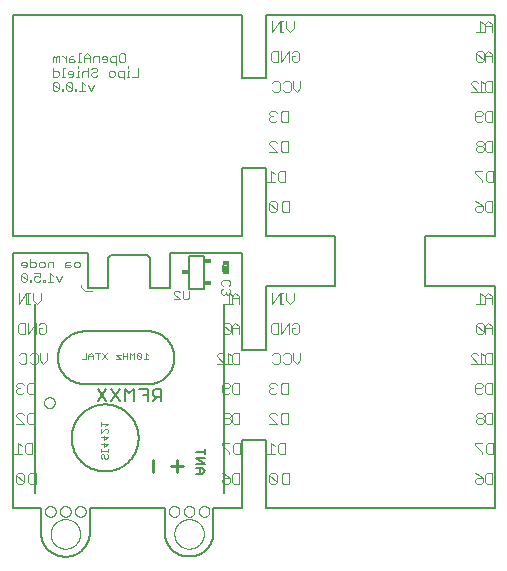
<source format=gbo>
G75*
%MOIN*%
%OFA0B0*%
%FSLAX25Y25*%
%IPPOS*%
%LPD*%
%AMOC8*
5,1,8,0,0,1.08239X$1,22.5*
%
%ADD10C,0.00500*%
%ADD11C,0.00000*%
%ADD12C,0.00300*%
%ADD13C,0.00400*%
%ADD14C,0.00700*%
%ADD15C,0.01100*%
%ADD16C,0.00800*%
%ADD17C,0.00600*%
%ADD18R,0.02300X0.01800*%
%ADD19C,0.01600*%
%ADD20R,0.02362X0.01181*%
D10*
X0012550Y0010080D02*
X0012550Y0017580D01*
X0003175Y0017580D01*
X0003175Y0102541D01*
X0028175Y0102541D01*
X0028175Y0090705D01*
X0035050Y0090705D01*
X0035050Y0100901D01*
X0036027Y0101877D01*
X0047823Y0101877D01*
X0048800Y0100901D01*
X0048800Y0090705D01*
X0055675Y0090705D01*
X0055675Y0102580D01*
X0079425Y0102580D01*
X0079425Y0070080D01*
X0087550Y0070080D01*
X0087550Y0091330D01*
X0110675Y0091330D01*
X0110675Y0108205D01*
X0087550Y0108205D01*
X0087550Y0130705D01*
X0079425Y0130705D01*
X0079425Y0108205D01*
X0003175Y0108205D01*
X0003175Y0181955D01*
X0079425Y0181955D01*
X0079425Y0160705D01*
X0087550Y0160705D01*
X0087550Y0181955D01*
X0163800Y0181955D01*
X0163800Y0108205D01*
X0140675Y0108205D01*
X0140675Y0091330D01*
X0163800Y0091330D01*
X0163800Y0017580D01*
X0087550Y0017580D01*
X0087550Y0040080D01*
X0079425Y0040080D01*
X0079425Y0017580D01*
X0070050Y0017580D01*
X0070050Y0008830D01*
X0070032Y0008632D01*
X0070010Y0008435D01*
X0069983Y0008239D01*
X0069951Y0008043D01*
X0069914Y0007848D01*
X0069872Y0007654D01*
X0069826Y0007461D01*
X0069775Y0007269D01*
X0069720Y0007078D01*
X0069660Y0006889D01*
X0069595Y0006702D01*
X0069525Y0006516D01*
X0069452Y0006331D01*
X0069373Y0006149D01*
X0069291Y0005969D01*
X0069204Y0005790D01*
X0069112Y0005614D01*
X0069016Y0005440D01*
X0068917Y0005269D01*
X0068813Y0005100D01*
X0068705Y0004933D01*
X0068592Y0004770D01*
X0068476Y0004609D01*
X0068356Y0004451D01*
X0068233Y0004296D01*
X0068105Y0004143D01*
X0067974Y0003995D01*
X0067839Y0003849D01*
X0067701Y0003706D01*
X0067559Y0003568D01*
X0067414Y0003432D01*
X0067266Y0003300D01*
X0067114Y0003172D01*
X0066960Y0003047D01*
X0066802Y0002927D01*
X0066642Y0002810D01*
X0066479Y0002697D01*
X0066313Y0002588D01*
X0066144Y0002483D01*
X0065973Y0002383D01*
X0065800Y0002286D01*
X0065624Y0002194D01*
X0065446Y0002106D01*
X0065266Y0002022D01*
X0065084Y0001943D01*
X0064900Y0001869D01*
X0064715Y0001798D01*
X0064528Y0001733D01*
X0064339Y0001672D01*
X0064148Y0001615D01*
X0063957Y0001563D01*
X0063764Y0001516D01*
X0063570Y0001474D01*
X0063375Y0001436D01*
X0063180Y0001403D01*
X0062983Y0001375D01*
X0062786Y0001352D01*
X0062589Y0001333D01*
X0062391Y0001319D01*
X0062192Y0001310D01*
X0061994Y0001306D01*
X0061796Y0001307D01*
X0061597Y0001313D01*
X0061399Y0001323D01*
X0061201Y0001338D01*
X0061004Y0001358D01*
X0060807Y0001383D01*
X0060611Y0001413D01*
X0060415Y0001447D01*
X0060221Y0001486D01*
X0060027Y0001530D01*
X0059835Y0001579D01*
X0059643Y0001632D01*
X0059454Y0001690D01*
X0059265Y0001752D01*
X0059078Y0001819D01*
X0058893Y0001891D01*
X0058710Y0001967D01*
X0058529Y0002047D01*
X0058349Y0002132D01*
X0058172Y0002222D01*
X0057997Y0002315D01*
X0057824Y0002413D01*
X0057654Y0002515D01*
X0057486Y0002621D01*
X0057321Y0002731D01*
X0057159Y0002845D01*
X0056999Y0002963D01*
X0056843Y0003085D01*
X0056689Y0003211D01*
X0056539Y0003340D01*
X0056391Y0003473D01*
X0056247Y0003610D01*
X0056107Y0003750D01*
X0055969Y0003893D01*
X0055836Y0004040D01*
X0055706Y0004189D01*
X0055579Y0004342D01*
X0055457Y0004499D01*
X0055338Y0004657D01*
X0055223Y0004819D01*
X0055112Y0004984D01*
X0055005Y0005151D01*
X0054903Y0005321D01*
X0054804Y0005493D01*
X0054710Y0005668D01*
X0054619Y0005845D01*
X0054534Y0006024D01*
X0054452Y0006205D01*
X0054375Y0006387D01*
X0054303Y0006572D01*
X0054235Y0006759D01*
X0054172Y0006947D01*
X0054113Y0007136D01*
X0054059Y0007327D01*
X0054009Y0007519D01*
X0053964Y0007713D01*
X0053924Y0007907D01*
X0053889Y0008102D01*
X0053858Y0008298D01*
X0053833Y0008495D01*
X0053812Y0008693D01*
X0053796Y0008890D01*
X0053784Y0009088D01*
X0053778Y0009287D01*
X0053776Y0009485D01*
X0053779Y0009684D01*
X0053787Y0009882D01*
X0053800Y0010080D01*
X0053800Y0017580D01*
X0028800Y0017580D01*
X0028800Y0010080D01*
X0028814Y0009881D01*
X0028823Y0009681D01*
X0028828Y0009482D01*
X0028827Y0009282D01*
X0028822Y0009082D01*
X0028811Y0008883D01*
X0028796Y0008683D01*
X0028776Y0008485D01*
X0028751Y0008286D01*
X0028721Y0008089D01*
X0028687Y0007892D01*
X0028647Y0007696D01*
X0028603Y0007502D01*
X0028554Y0007308D01*
X0028500Y0007115D01*
X0028442Y0006924D01*
X0028379Y0006735D01*
X0028311Y0006547D01*
X0028239Y0006361D01*
X0028162Y0006176D01*
X0028081Y0005994D01*
X0027995Y0005813D01*
X0027905Y0005635D01*
X0027811Y0005459D01*
X0027712Y0005285D01*
X0027609Y0005114D01*
X0027502Y0004946D01*
X0027390Y0004780D01*
X0027275Y0004617D01*
X0027156Y0004456D01*
X0027033Y0004299D01*
X0026906Y0004145D01*
X0026775Y0003994D01*
X0026641Y0003846D01*
X0026503Y0003701D01*
X0026361Y0003560D01*
X0026216Y0003423D01*
X0026068Y0003289D01*
X0025917Y0003158D01*
X0025762Y0003032D01*
X0025605Y0002909D01*
X0025444Y0002790D01*
X0025281Y0002676D01*
X0025114Y0002565D01*
X0024946Y0002458D01*
X0024774Y0002355D01*
X0024600Y0002257D01*
X0024424Y0002163D01*
X0024245Y0002073D01*
X0024065Y0001988D01*
X0023882Y0001907D01*
X0023698Y0001831D01*
X0023511Y0001759D01*
X0023323Y0001692D01*
X0023133Y0001629D01*
X0022942Y0001572D01*
X0022750Y0001518D01*
X0022556Y0001470D01*
X0022361Y0001426D01*
X0022165Y0001387D01*
X0021968Y0001353D01*
X0021770Y0001324D01*
X0021572Y0001300D01*
X0021373Y0001280D01*
X0021174Y0001265D01*
X0020975Y0001256D01*
X0020775Y0001251D01*
X0020575Y0001251D01*
X0020375Y0001256D01*
X0020176Y0001265D01*
X0019977Y0001280D01*
X0019778Y0001300D01*
X0019580Y0001324D01*
X0019382Y0001353D01*
X0019185Y0001387D01*
X0018989Y0001426D01*
X0018794Y0001470D01*
X0018600Y0001518D01*
X0018408Y0001572D01*
X0018217Y0001629D01*
X0018027Y0001692D01*
X0017839Y0001759D01*
X0017652Y0001831D01*
X0017468Y0001907D01*
X0017285Y0001988D01*
X0017105Y0002073D01*
X0016926Y0002163D01*
X0016750Y0002257D01*
X0016576Y0002355D01*
X0016404Y0002458D01*
X0016236Y0002565D01*
X0016069Y0002676D01*
X0015906Y0002790D01*
X0015745Y0002909D01*
X0015588Y0003032D01*
X0015433Y0003158D01*
X0015282Y0003289D01*
X0015134Y0003423D01*
X0014989Y0003560D01*
X0014847Y0003701D01*
X0014709Y0003846D01*
X0014575Y0003994D01*
X0014444Y0004145D01*
X0014317Y0004299D01*
X0014194Y0004456D01*
X0014075Y0004617D01*
X0013960Y0004780D01*
X0013848Y0004946D01*
X0013741Y0005114D01*
X0013638Y0005285D01*
X0013539Y0005459D01*
X0013445Y0005635D01*
X0013355Y0005813D01*
X0013269Y0005994D01*
X0013188Y0006176D01*
X0013111Y0006361D01*
X0013039Y0006547D01*
X0012971Y0006735D01*
X0012908Y0006924D01*
X0012850Y0007115D01*
X0012796Y0007308D01*
X0012747Y0007502D01*
X0012703Y0007696D01*
X0012663Y0007892D01*
X0012629Y0008089D01*
X0012599Y0008286D01*
X0012574Y0008485D01*
X0012554Y0008683D01*
X0012539Y0008883D01*
X0012528Y0009082D01*
X0012523Y0009282D01*
X0012522Y0009482D01*
X0012527Y0009681D01*
X0012536Y0009881D01*
X0012550Y0010080D01*
X0010429Y0022334D02*
X0010429Y0085326D01*
X0026925Y0076330D02*
X0046925Y0076330D01*
X0047139Y0076358D01*
X0047354Y0076381D01*
X0047570Y0076398D01*
X0047786Y0076410D01*
X0048002Y0076417D01*
X0048218Y0076419D01*
X0048435Y0076415D01*
X0048651Y0076406D01*
X0048866Y0076392D01*
X0049082Y0076372D01*
X0049297Y0076348D01*
X0049511Y0076317D01*
X0049724Y0076282D01*
X0049937Y0076242D01*
X0050148Y0076196D01*
X0050358Y0076145D01*
X0050567Y0076089D01*
X0050775Y0076028D01*
X0050980Y0075962D01*
X0051185Y0075891D01*
X0051387Y0075815D01*
X0051588Y0075734D01*
X0051786Y0075648D01*
X0051982Y0075557D01*
X0052176Y0075461D01*
X0052368Y0075361D01*
X0052557Y0075256D01*
X0052744Y0075147D01*
X0052927Y0075033D01*
X0053108Y0074914D01*
X0053286Y0074791D01*
X0053461Y0074664D01*
X0053633Y0074533D01*
X0053801Y0074397D01*
X0053966Y0074257D01*
X0054128Y0074114D01*
X0054286Y0073966D01*
X0054440Y0073815D01*
X0054591Y0073660D01*
X0054738Y0073501D01*
X0054881Y0073339D01*
X0055020Y0073173D01*
X0055154Y0073004D01*
X0055285Y0072831D01*
X0055411Y0072656D01*
X0055533Y0072477D01*
X0055651Y0072296D01*
X0055764Y0072111D01*
X0055873Y0071924D01*
X0055977Y0071735D01*
X0056076Y0071543D01*
X0056171Y0071348D01*
X0056260Y0071151D01*
X0056345Y0070953D01*
X0056425Y0070752D01*
X0056500Y0070549D01*
X0056571Y0070344D01*
X0056636Y0070138D01*
X0056696Y0069930D01*
X0056751Y0069721D01*
X0056801Y0069511D01*
X0056845Y0069299D01*
X0056885Y0069086D01*
X0056919Y0068873D01*
X0056948Y0068659D01*
X0056972Y0068444D01*
X0056990Y0068228D01*
X0057003Y0068012D01*
X0057011Y0067796D01*
X0057014Y0067580D01*
X0057011Y0067364D01*
X0057003Y0067148D01*
X0056990Y0066932D01*
X0056972Y0066716D01*
X0056948Y0066501D01*
X0056919Y0066287D01*
X0056885Y0066074D01*
X0056845Y0065861D01*
X0056801Y0065649D01*
X0056751Y0065439D01*
X0056696Y0065230D01*
X0056636Y0065022D01*
X0056571Y0064816D01*
X0056500Y0064611D01*
X0056425Y0064408D01*
X0056345Y0064207D01*
X0056260Y0064009D01*
X0056171Y0063812D01*
X0056076Y0063617D01*
X0055977Y0063425D01*
X0055873Y0063236D01*
X0055764Y0063049D01*
X0055651Y0062864D01*
X0055533Y0062683D01*
X0055411Y0062504D01*
X0055285Y0062329D01*
X0055154Y0062156D01*
X0055020Y0061987D01*
X0054881Y0061821D01*
X0054738Y0061659D01*
X0054591Y0061500D01*
X0054440Y0061345D01*
X0054286Y0061194D01*
X0054128Y0061046D01*
X0053966Y0060903D01*
X0053801Y0060763D01*
X0053633Y0060627D01*
X0053461Y0060496D01*
X0053286Y0060369D01*
X0053108Y0060246D01*
X0052927Y0060127D01*
X0052744Y0060013D01*
X0052557Y0059904D01*
X0052368Y0059799D01*
X0052176Y0059699D01*
X0051982Y0059603D01*
X0051786Y0059512D01*
X0051588Y0059426D01*
X0051387Y0059345D01*
X0051185Y0059269D01*
X0050980Y0059198D01*
X0050775Y0059132D01*
X0050567Y0059071D01*
X0050358Y0059015D01*
X0050148Y0058964D01*
X0049937Y0058918D01*
X0049724Y0058878D01*
X0049511Y0058843D01*
X0049297Y0058812D01*
X0049082Y0058788D01*
X0048866Y0058768D01*
X0048651Y0058754D01*
X0048435Y0058745D01*
X0048218Y0058741D01*
X0048002Y0058743D01*
X0047786Y0058750D01*
X0047570Y0058762D01*
X0047354Y0058779D01*
X0047139Y0058802D01*
X0046925Y0058830D01*
X0026925Y0058830D01*
X0026712Y0058833D01*
X0026499Y0058840D01*
X0026286Y0058853D01*
X0026074Y0058871D01*
X0025862Y0058895D01*
X0025651Y0058923D01*
X0025441Y0058957D01*
X0025231Y0058996D01*
X0025022Y0059039D01*
X0024815Y0059088D01*
X0024609Y0059142D01*
X0024404Y0059201D01*
X0024201Y0059265D01*
X0023999Y0059334D01*
X0023799Y0059407D01*
X0023601Y0059486D01*
X0023405Y0059569D01*
X0023211Y0059657D01*
X0023019Y0059750D01*
X0022830Y0059848D01*
X0022643Y0059950D01*
X0022458Y0060056D01*
X0022276Y0060167D01*
X0022097Y0060283D01*
X0021921Y0060402D01*
X0021747Y0060526D01*
X0021577Y0060654D01*
X0021410Y0060787D01*
X0021246Y0060923D01*
X0021086Y0061063D01*
X0020929Y0061207D01*
X0020776Y0061355D01*
X0020626Y0061507D01*
X0020480Y0061662D01*
X0020338Y0061821D01*
X0020199Y0061983D01*
X0020065Y0062148D01*
X0019935Y0062317D01*
X0019809Y0062489D01*
X0019687Y0062664D01*
X0019569Y0062841D01*
X0019456Y0063022D01*
X0019347Y0063205D01*
X0019243Y0063391D01*
X0019143Y0063579D01*
X0019048Y0063770D01*
X0018958Y0063963D01*
X0018872Y0064158D01*
X0018791Y0064355D01*
X0018715Y0064554D01*
X0018644Y0064755D01*
X0018577Y0064957D01*
X0018516Y0065161D01*
X0018460Y0065367D01*
X0018408Y0065574D01*
X0018362Y0065782D01*
X0018321Y0065991D01*
X0018284Y0066201D01*
X0018253Y0066411D01*
X0018227Y0066623D01*
X0018207Y0066835D01*
X0018191Y0067048D01*
X0018181Y0067260D01*
X0018176Y0067473D01*
X0018176Y0067687D01*
X0018181Y0067900D01*
X0018191Y0068112D01*
X0018207Y0068325D01*
X0018227Y0068537D01*
X0018253Y0068749D01*
X0018284Y0068959D01*
X0018321Y0069169D01*
X0018362Y0069378D01*
X0018408Y0069586D01*
X0018460Y0069793D01*
X0018516Y0069999D01*
X0018577Y0070203D01*
X0018644Y0070405D01*
X0018715Y0070606D01*
X0018791Y0070805D01*
X0018872Y0071002D01*
X0018958Y0071197D01*
X0019048Y0071390D01*
X0019143Y0071581D01*
X0019243Y0071769D01*
X0019347Y0071955D01*
X0019456Y0072138D01*
X0019569Y0072319D01*
X0019687Y0072496D01*
X0019809Y0072671D01*
X0019935Y0072843D01*
X0020065Y0073012D01*
X0020199Y0073177D01*
X0020338Y0073339D01*
X0020480Y0073498D01*
X0020626Y0073653D01*
X0020776Y0073805D01*
X0020929Y0073953D01*
X0021086Y0074097D01*
X0021246Y0074237D01*
X0021410Y0074373D01*
X0021577Y0074506D01*
X0021747Y0074634D01*
X0021921Y0074758D01*
X0022097Y0074877D01*
X0022276Y0074993D01*
X0022458Y0075104D01*
X0022643Y0075210D01*
X0022830Y0075312D01*
X0023019Y0075410D01*
X0023211Y0075503D01*
X0023405Y0075591D01*
X0023601Y0075674D01*
X0023799Y0075753D01*
X0023999Y0075826D01*
X0024201Y0075895D01*
X0024404Y0075959D01*
X0024609Y0076018D01*
X0024815Y0076072D01*
X0025022Y0076121D01*
X0025231Y0076164D01*
X0025441Y0076203D01*
X0025651Y0076237D01*
X0025862Y0076265D01*
X0026074Y0076289D01*
X0026286Y0076307D01*
X0026499Y0076320D01*
X0026712Y0076327D01*
X0026925Y0076330D01*
X0022745Y0040830D02*
X0022748Y0041104D01*
X0022758Y0041379D01*
X0022775Y0041652D01*
X0022799Y0041926D01*
X0022829Y0042199D01*
X0022866Y0042470D01*
X0022910Y0042741D01*
X0022960Y0043011D01*
X0023017Y0043280D01*
X0023080Y0043547D01*
X0023150Y0043812D01*
X0023226Y0044075D01*
X0023309Y0044337D01*
X0023399Y0044596D01*
X0023494Y0044854D01*
X0023596Y0045108D01*
X0023704Y0045361D01*
X0023818Y0045610D01*
X0023939Y0045857D01*
X0024065Y0046100D01*
X0024197Y0046341D01*
X0024336Y0046578D01*
X0024480Y0046811D01*
X0024629Y0047041D01*
X0024784Y0047268D01*
X0024945Y0047490D01*
X0025111Y0047708D01*
X0025283Y0047923D01*
X0025459Y0048132D01*
X0025641Y0048338D01*
X0025828Y0048539D01*
X0026020Y0048735D01*
X0026216Y0048927D01*
X0026417Y0049114D01*
X0026623Y0049296D01*
X0026832Y0049472D01*
X0027047Y0049644D01*
X0027265Y0049810D01*
X0027487Y0049971D01*
X0027714Y0050126D01*
X0027944Y0050275D01*
X0028177Y0050419D01*
X0028414Y0050558D01*
X0028655Y0050690D01*
X0028898Y0050816D01*
X0029145Y0050937D01*
X0029394Y0051051D01*
X0029647Y0051159D01*
X0029901Y0051261D01*
X0030159Y0051356D01*
X0030418Y0051446D01*
X0030680Y0051529D01*
X0030943Y0051605D01*
X0031208Y0051675D01*
X0031475Y0051738D01*
X0031744Y0051795D01*
X0032014Y0051845D01*
X0032285Y0051889D01*
X0032556Y0051926D01*
X0032829Y0051956D01*
X0033103Y0051980D01*
X0033376Y0051997D01*
X0033651Y0052007D01*
X0033925Y0052010D01*
X0034199Y0052007D01*
X0034474Y0051997D01*
X0034747Y0051980D01*
X0035021Y0051956D01*
X0035294Y0051926D01*
X0035565Y0051889D01*
X0035836Y0051845D01*
X0036106Y0051795D01*
X0036375Y0051738D01*
X0036642Y0051675D01*
X0036907Y0051605D01*
X0037170Y0051529D01*
X0037432Y0051446D01*
X0037691Y0051356D01*
X0037949Y0051261D01*
X0038203Y0051159D01*
X0038456Y0051051D01*
X0038705Y0050937D01*
X0038952Y0050816D01*
X0039195Y0050690D01*
X0039436Y0050558D01*
X0039673Y0050419D01*
X0039906Y0050275D01*
X0040136Y0050126D01*
X0040363Y0049971D01*
X0040585Y0049810D01*
X0040803Y0049644D01*
X0041018Y0049472D01*
X0041227Y0049296D01*
X0041433Y0049114D01*
X0041634Y0048927D01*
X0041830Y0048735D01*
X0042022Y0048539D01*
X0042209Y0048338D01*
X0042391Y0048132D01*
X0042567Y0047923D01*
X0042739Y0047708D01*
X0042905Y0047490D01*
X0043066Y0047268D01*
X0043221Y0047041D01*
X0043370Y0046811D01*
X0043514Y0046578D01*
X0043653Y0046341D01*
X0043785Y0046100D01*
X0043911Y0045857D01*
X0044032Y0045610D01*
X0044146Y0045361D01*
X0044254Y0045108D01*
X0044356Y0044854D01*
X0044451Y0044596D01*
X0044541Y0044337D01*
X0044624Y0044075D01*
X0044700Y0043812D01*
X0044770Y0043547D01*
X0044833Y0043280D01*
X0044890Y0043011D01*
X0044940Y0042741D01*
X0044984Y0042470D01*
X0045021Y0042199D01*
X0045051Y0041926D01*
X0045075Y0041652D01*
X0045092Y0041379D01*
X0045102Y0041104D01*
X0045105Y0040830D01*
X0045102Y0040556D01*
X0045092Y0040281D01*
X0045075Y0040008D01*
X0045051Y0039734D01*
X0045021Y0039461D01*
X0044984Y0039190D01*
X0044940Y0038919D01*
X0044890Y0038649D01*
X0044833Y0038380D01*
X0044770Y0038113D01*
X0044700Y0037848D01*
X0044624Y0037585D01*
X0044541Y0037323D01*
X0044451Y0037064D01*
X0044356Y0036806D01*
X0044254Y0036552D01*
X0044146Y0036299D01*
X0044032Y0036050D01*
X0043911Y0035803D01*
X0043785Y0035560D01*
X0043653Y0035319D01*
X0043514Y0035082D01*
X0043370Y0034849D01*
X0043221Y0034619D01*
X0043066Y0034392D01*
X0042905Y0034170D01*
X0042739Y0033952D01*
X0042567Y0033737D01*
X0042391Y0033528D01*
X0042209Y0033322D01*
X0042022Y0033121D01*
X0041830Y0032925D01*
X0041634Y0032733D01*
X0041433Y0032546D01*
X0041227Y0032364D01*
X0041018Y0032188D01*
X0040803Y0032016D01*
X0040585Y0031850D01*
X0040363Y0031689D01*
X0040136Y0031534D01*
X0039906Y0031385D01*
X0039673Y0031241D01*
X0039436Y0031102D01*
X0039195Y0030970D01*
X0038952Y0030844D01*
X0038705Y0030723D01*
X0038456Y0030609D01*
X0038203Y0030501D01*
X0037949Y0030399D01*
X0037691Y0030304D01*
X0037432Y0030214D01*
X0037170Y0030131D01*
X0036907Y0030055D01*
X0036642Y0029985D01*
X0036375Y0029922D01*
X0036106Y0029865D01*
X0035836Y0029815D01*
X0035565Y0029771D01*
X0035294Y0029734D01*
X0035021Y0029704D01*
X0034747Y0029680D01*
X0034474Y0029663D01*
X0034199Y0029653D01*
X0033925Y0029650D01*
X0033651Y0029653D01*
X0033376Y0029663D01*
X0033103Y0029680D01*
X0032829Y0029704D01*
X0032556Y0029734D01*
X0032285Y0029771D01*
X0032014Y0029815D01*
X0031744Y0029865D01*
X0031475Y0029922D01*
X0031208Y0029985D01*
X0030943Y0030055D01*
X0030680Y0030131D01*
X0030418Y0030214D01*
X0030159Y0030304D01*
X0029901Y0030399D01*
X0029647Y0030501D01*
X0029394Y0030609D01*
X0029145Y0030723D01*
X0028898Y0030844D01*
X0028655Y0030970D01*
X0028414Y0031102D01*
X0028177Y0031241D01*
X0027944Y0031385D01*
X0027714Y0031534D01*
X0027487Y0031689D01*
X0027265Y0031850D01*
X0027047Y0032016D01*
X0026832Y0032188D01*
X0026623Y0032364D01*
X0026417Y0032546D01*
X0026216Y0032733D01*
X0026020Y0032925D01*
X0025828Y0033121D01*
X0025641Y0033322D01*
X0025459Y0033528D01*
X0025283Y0033737D01*
X0025111Y0033952D01*
X0024945Y0034170D01*
X0024784Y0034392D01*
X0024629Y0034619D01*
X0024480Y0034849D01*
X0024336Y0035082D01*
X0024197Y0035319D01*
X0024065Y0035560D01*
X0023939Y0035803D01*
X0023818Y0036050D01*
X0023704Y0036299D01*
X0023596Y0036552D01*
X0023494Y0036806D01*
X0023399Y0037064D01*
X0023309Y0037323D01*
X0023226Y0037585D01*
X0023150Y0037848D01*
X0023080Y0038113D01*
X0023017Y0038380D01*
X0022960Y0038649D01*
X0022910Y0038919D01*
X0022866Y0039190D01*
X0022829Y0039461D01*
X0022799Y0039734D01*
X0022775Y0040008D01*
X0022758Y0040281D01*
X0022748Y0040556D01*
X0022745Y0040830D01*
X0073421Y0022334D02*
X0073421Y0085326D01*
D11*
X0013590Y0052580D02*
X0013592Y0052664D01*
X0013598Y0052747D01*
X0013608Y0052830D01*
X0013622Y0052913D01*
X0013639Y0052995D01*
X0013661Y0053076D01*
X0013686Y0053155D01*
X0013715Y0053234D01*
X0013748Y0053311D01*
X0013784Y0053386D01*
X0013824Y0053460D01*
X0013867Y0053532D01*
X0013914Y0053601D01*
X0013964Y0053668D01*
X0014017Y0053733D01*
X0014073Y0053795D01*
X0014131Y0053855D01*
X0014193Y0053912D01*
X0014257Y0053965D01*
X0014324Y0054016D01*
X0014393Y0054063D01*
X0014464Y0054108D01*
X0014537Y0054148D01*
X0014612Y0054185D01*
X0014689Y0054219D01*
X0014767Y0054249D01*
X0014846Y0054275D01*
X0014927Y0054298D01*
X0015009Y0054316D01*
X0015091Y0054331D01*
X0015174Y0054342D01*
X0015257Y0054349D01*
X0015341Y0054352D01*
X0015425Y0054351D01*
X0015508Y0054346D01*
X0015592Y0054337D01*
X0015674Y0054324D01*
X0015756Y0054308D01*
X0015837Y0054287D01*
X0015918Y0054263D01*
X0015996Y0054235D01*
X0016074Y0054203D01*
X0016150Y0054167D01*
X0016224Y0054128D01*
X0016296Y0054086D01*
X0016366Y0054040D01*
X0016434Y0053991D01*
X0016499Y0053939D01*
X0016562Y0053884D01*
X0016622Y0053826D01*
X0016680Y0053765D01*
X0016734Y0053701D01*
X0016786Y0053635D01*
X0016834Y0053567D01*
X0016879Y0053496D01*
X0016920Y0053423D01*
X0016959Y0053349D01*
X0016993Y0053273D01*
X0017024Y0053195D01*
X0017051Y0053116D01*
X0017075Y0053035D01*
X0017094Y0052954D01*
X0017110Y0052872D01*
X0017122Y0052789D01*
X0017130Y0052705D01*
X0017134Y0052622D01*
X0017134Y0052538D01*
X0017130Y0052455D01*
X0017122Y0052371D01*
X0017110Y0052288D01*
X0017094Y0052206D01*
X0017075Y0052125D01*
X0017051Y0052044D01*
X0017024Y0051965D01*
X0016993Y0051887D01*
X0016959Y0051811D01*
X0016920Y0051737D01*
X0016879Y0051664D01*
X0016834Y0051593D01*
X0016786Y0051525D01*
X0016734Y0051459D01*
X0016680Y0051395D01*
X0016622Y0051334D01*
X0016562Y0051276D01*
X0016499Y0051221D01*
X0016434Y0051169D01*
X0016366Y0051120D01*
X0016296Y0051074D01*
X0016224Y0051032D01*
X0016150Y0050993D01*
X0016074Y0050957D01*
X0015996Y0050925D01*
X0015918Y0050897D01*
X0015837Y0050873D01*
X0015756Y0050852D01*
X0015674Y0050836D01*
X0015592Y0050823D01*
X0015508Y0050814D01*
X0015425Y0050809D01*
X0015341Y0050808D01*
X0015257Y0050811D01*
X0015174Y0050818D01*
X0015091Y0050829D01*
X0015009Y0050844D01*
X0014927Y0050862D01*
X0014846Y0050885D01*
X0014767Y0050911D01*
X0014689Y0050941D01*
X0014612Y0050975D01*
X0014537Y0051012D01*
X0014464Y0051052D01*
X0014393Y0051097D01*
X0014324Y0051144D01*
X0014257Y0051195D01*
X0014193Y0051248D01*
X0014131Y0051305D01*
X0014073Y0051365D01*
X0014017Y0051427D01*
X0013964Y0051492D01*
X0013914Y0051559D01*
X0013867Y0051628D01*
X0013824Y0051700D01*
X0013784Y0051774D01*
X0013748Y0051849D01*
X0013715Y0051926D01*
X0013686Y0052005D01*
X0013661Y0052084D01*
X0013639Y0052165D01*
X0013622Y0052247D01*
X0013608Y0052330D01*
X0013598Y0052413D01*
X0013592Y0052496D01*
X0013590Y0052580D01*
X0013903Y0016330D02*
X0013905Y0016414D01*
X0013911Y0016497D01*
X0013921Y0016580D01*
X0013935Y0016663D01*
X0013952Y0016745D01*
X0013974Y0016826D01*
X0013999Y0016905D01*
X0014028Y0016984D01*
X0014061Y0017061D01*
X0014097Y0017136D01*
X0014137Y0017210D01*
X0014180Y0017282D01*
X0014227Y0017351D01*
X0014277Y0017418D01*
X0014330Y0017483D01*
X0014386Y0017545D01*
X0014444Y0017605D01*
X0014506Y0017662D01*
X0014570Y0017715D01*
X0014637Y0017766D01*
X0014706Y0017813D01*
X0014777Y0017858D01*
X0014850Y0017898D01*
X0014925Y0017935D01*
X0015002Y0017969D01*
X0015080Y0017999D01*
X0015159Y0018025D01*
X0015240Y0018048D01*
X0015322Y0018066D01*
X0015404Y0018081D01*
X0015487Y0018092D01*
X0015570Y0018099D01*
X0015654Y0018102D01*
X0015738Y0018101D01*
X0015821Y0018096D01*
X0015905Y0018087D01*
X0015987Y0018074D01*
X0016069Y0018058D01*
X0016150Y0018037D01*
X0016231Y0018013D01*
X0016309Y0017985D01*
X0016387Y0017953D01*
X0016463Y0017917D01*
X0016537Y0017878D01*
X0016609Y0017836D01*
X0016679Y0017790D01*
X0016747Y0017741D01*
X0016812Y0017689D01*
X0016875Y0017634D01*
X0016935Y0017576D01*
X0016993Y0017515D01*
X0017047Y0017451D01*
X0017099Y0017385D01*
X0017147Y0017317D01*
X0017192Y0017246D01*
X0017233Y0017173D01*
X0017272Y0017099D01*
X0017306Y0017023D01*
X0017337Y0016945D01*
X0017364Y0016866D01*
X0017388Y0016785D01*
X0017407Y0016704D01*
X0017423Y0016622D01*
X0017435Y0016539D01*
X0017443Y0016455D01*
X0017447Y0016372D01*
X0017447Y0016288D01*
X0017443Y0016205D01*
X0017435Y0016121D01*
X0017423Y0016038D01*
X0017407Y0015956D01*
X0017388Y0015875D01*
X0017364Y0015794D01*
X0017337Y0015715D01*
X0017306Y0015637D01*
X0017272Y0015561D01*
X0017233Y0015487D01*
X0017192Y0015414D01*
X0017147Y0015343D01*
X0017099Y0015275D01*
X0017047Y0015209D01*
X0016993Y0015145D01*
X0016935Y0015084D01*
X0016875Y0015026D01*
X0016812Y0014971D01*
X0016747Y0014919D01*
X0016679Y0014870D01*
X0016609Y0014824D01*
X0016537Y0014782D01*
X0016463Y0014743D01*
X0016387Y0014707D01*
X0016309Y0014675D01*
X0016231Y0014647D01*
X0016150Y0014623D01*
X0016069Y0014602D01*
X0015987Y0014586D01*
X0015905Y0014573D01*
X0015821Y0014564D01*
X0015738Y0014559D01*
X0015654Y0014558D01*
X0015570Y0014561D01*
X0015487Y0014568D01*
X0015404Y0014579D01*
X0015322Y0014594D01*
X0015240Y0014612D01*
X0015159Y0014635D01*
X0015080Y0014661D01*
X0015002Y0014691D01*
X0014925Y0014725D01*
X0014850Y0014762D01*
X0014777Y0014802D01*
X0014706Y0014847D01*
X0014637Y0014894D01*
X0014570Y0014945D01*
X0014506Y0014998D01*
X0014444Y0015055D01*
X0014386Y0015115D01*
X0014330Y0015177D01*
X0014277Y0015242D01*
X0014227Y0015309D01*
X0014180Y0015378D01*
X0014137Y0015450D01*
X0014097Y0015524D01*
X0014061Y0015599D01*
X0014028Y0015676D01*
X0013999Y0015755D01*
X0013974Y0015834D01*
X0013952Y0015915D01*
X0013935Y0015997D01*
X0013921Y0016080D01*
X0013911Y0016163D01*
X0013905Y0016246D01*
X0013903Y0016330D01*
X0018903Y0016330D02*
X0018905Y0016414D01*
X0018911Y0016497D01*
X0018921Y0016580D01*
X0018935Y0016663D01*
X0018952Y0016745D01*
X0018974Y0016826D01*
X0018999Y0016905D01*
X0019028Y0016984D01*
X0019061Y0017061D01*
X0019097Y0017136D01*
X0019137Y0017210D01*
X0019180Y0017282D01*
X0019227Y0017351D01*
X0019277Y0017418D01*
X0019330Y0017483D01*
X0019386Y0017545D01*
X0019444Y0017605D01*
X0019506Y0017662D01*
X0019570Y0017715D01*
X0019637Y0017766D01*
X0019706Y0017813D01*
X0019777Y0017858D01*
X0019850Y0017898D01*
X0019925Y0017935D01*
X0020002Y0017969D01*
X0020080Y0017999D01*
X0020159Y0018025D01*
X0020240Y0018048D01*
X0020322Y0018066D01*
X0020404Y0018081D01*
X0020487Y0018092D01*
X0020570Y0018099D01*
X0020654Y0018102D01*
X0020738Y0018101D01*
X0020821Y0018096D01*
X0020905Y0018087D01*
X0020987Y0018074D01*
X0021069Y0018058D01*
X0021150Y0018037D01*
X0021231Y0018013D01*
X0021309Y0017985D01*
X0021387Y0017953D01*
X0021463Y0017917D01*
X0021537Y0017878D01*
X0021609Y0017836D01*
X0021679Y0017790D01*
X0021747Y0017741D01*
X0021812Y0017689D01*
X0021875Y0017634D01*
X0021935Y0017576D01*
X0021993Y0017515D01*
X0022047Y0017451D01*
X0022099Y0017385D01*
X0022147Y0017317D01*
X0022192Y0017246D01*
X0022233Y0017173D01*
X0022272Y0017099D01*
X0022306Y0017023D01*
X0022337Y0016945D01*
X0022364Y0016866D01*
X0022388Y0016785D01*
X0022407Y0016704D01*
X0022423Y0016622D01*
X0022435Y0016539D01*
X0022443Y0016455D01*
X0022447Y0016372D01*
X0022447Y0016288D01*
X0022443Y0016205D01*
X0022435Y0016121D01*
X0022423Y0016038D01*
X0022407Y0015956D01*
X0022388Y0015875D01*
X0022364Y0015794D01*
X0022337Y0015715D01*
X0022306Y0015637D01*
X0022272Y0015561D01*
X0022233Y0015487D01*
X0022192Y0015414D01*
X0022147Y0015343D01*
X0022099Y0015275D01*
X0022047Y0015209D01*
X0021993Y0015145D01*
X0021935Y0015084D01*
X0021875Y0015026D01*
X0021812Y0014971D01*
X0021747Y0014919D01*
X0021679Y0014870D01*
X0021609Y0014824D01*
X0021537Y0014782D01*
X0021463Y0014743D01*
X0021387Y0014707D01*
X0021309Y0014675D01*
X0021231Y0014647D01*
X0021150Y0014623D01*
X0021069Y0014602D01*
X0020987Y0014586D01*
X0020905Y0014573D01*
X0020821Y0014564D01*
X0020738Y0014559D01*
X0020654Y0014558D01*
X0020570Y0014561D01*
X0020487Y0014568D01*
X0020404Y0014579D01*
X0020322Y0014594D01*
X0020240Y0014612D01*
X0020159Y0014635D01*
X0020080Y0014661D01*
X0020002Y0014691D01*
X0019925Y0014725D01*
X0019850Y0014762D01*
X0019777Y0014802D01*
X0019706Y0014847D01*
X0019637Y0014894D01*
X0019570Y0014945D01*
X0019506Y0014998D01*
X0019444Y0015055D01*
X0019386Y0015115D01*
X0019330Y0015177D01*
X0019277Y0015242D01*
X0019227Y0015309D01*
X0019180Y0015378D01*
X0019137Y0015450D01*
X0019097Y0015524D01*
X0019061Y0015599D01*
X0019028Y0015676D01*
X0018999Y0015755D01*
X0018974Y0015834D01*
X0018952Y0015915D01*
X0018935Y0015997D01*
X0018921Y0016080D01*
X0018911Y0016163D01*
X0018905Y0016246D01*
X0018903Y0016330D01*
X0023903Y0016330D02*
X0023905Y0016414D01*
X0023911Y0016497D01*
X0023921Y0016580D01*
X0023935Y0016663D01*
X0023952Y0016745D01*
X0023974Y0016826D01*
X0023999Y0016905D01*
X0024028Y0016984D01*
X0024061Y0017061D01*
X0024097Y0017136D01*
X0024137Y0017210D01*
X0024180Y0017282D01*
X0024227Y0017351D01*
X0024277Y0017418D01*
X0024330Y0017483D01*
X0024386Y0017545D01*
X0024444Y0017605D01*
X0024506Y0017662D01*
X0024570Y0017715D01*
X0024637Y0017766D01*
X0024706Y0017813D01*
X0024777Y0017858D01*
X0024850Y0017898D01*
X0024925Y0017935D01*
X0025002Y0017969D01*
X0025080Y0017999D01*
X0025159Y0018025D01*
X0025240Y0018048D01*
X0025322Y0018066D01*
X0025404Y0018081D01*
X0025487Y0018092D01*
X0025570Y0018099D01*
X0025654Y0018102D01*
X0025738Y0018101D01*
X0025821Y0018096D01*
X0025905Y0018087D01*
X0025987Y0018074D01*
X0026069Y0018058D01*
X0026150Y0018037D01*
X0026231Y0018013D01*
X0026309Y0017985D01*
X0026387Y0017953D01*
X0026463Y0017917D01*
X0026537Y0017878D01*
X0026609Y0017836D01*
X0026679Y0017790D01*
X0026747Y0017741D01*
X0026812Y0017689D01*
X0026875Y0017634D01*
X0026935Y0017576D01*
X0026993Y0017515D01*
X0027047Y0017451D01*
X0027099Y0017385D01*
X0027147Y0017317D01*
X0027192Y0017246D01*
X0027233Y0017173D01*
X0027272Y0017099D01*
X0027306Y0017023D01*
X0027337Y0016945D01*
X0027364Y0016866D01*
X0027388Y0016785D01*
X0027407Y0016704D01*
X0027423Y0016622D01*
X0027435Y0016539D01*
X0027443Y0016455D01*
X0027447Y0016372D01*
X0027447Y0016288D01*
X0027443Y0016205D01*
X0027435Y0016121D01*
X0027423Y0016038D01*
X0027407Y0015956D01*
X0027388Y0015875D01*
X0027364Y0015794D01*
X0027337Y0015715D01*
X0027306Y0015637D01*
X0027272Y0015561D01*
X0027233Y0015487D01*
X0027192Y0015414D01*
X0027147Y0015343D01*
X0027099Y0015275D01*
X0027047Y0015209D01*
X0026993Y0015145D01*
X0026935Y0015084D01*
X0026875Y0015026D01*
X0026812Y0014971D01*
X0026747Y0014919D01*
X0026679Y0014870D01*
X0026609Y0014824D01*
X0026537Y0014782D01*
X0026463Y0014743D01*
X0026387Y0014707D01*
X0026309Y0014675D01*
X0026231Y0014647D01*
X0026150Y0014623D01*
X0026069Y0014602D01*
X0025987Y0014586D01*
X0025905Y0014573D01*
X0025821Y0014564D01*
X0025738Y0014559D01*
X0025654Y0014558D01*
X0025570Y0014561D01*
X0025487Y0014568D01*
X0025404Y0014579D01*
X0025322Y0014594D01*
X0025240Y0014612D01*
X0025159Y0014635D01*
X0025080Y0014661D01*
X0025002Y0014691D01*
X0024925Y0014725D01*
X0024850Y0014762D01*
X0024777Y0014802D01*
X0024706Y0014847D01*
X0024637Y0014894D01*
X0024570Y0014945D01*
X0024506Y0014998D01*
X0024444Y0015055D01*
X0024386Y0015115D01*
X0024330Y0015177D01*
X0024277Y0015242D01*
X0024227Y0015309D01*
X0024180Y0015378D01*
X0024137Y0015450D01*
X0024097Y0015524D01*
X0024061Y0015599D01*
X0024028Y0015676D01*
X0023999Y0015755D01*
X0023974Y0015834D01*
X0023952Y0015915D01*
X0023935Y0015997D01*
X0023921Y0016080D01*
X0023911Y0016163D01*
X0023905Y0016246D01*
X0023903Y0016330D01*
X0015754Y0008830D02*
X0015756Y0008970D01*
X0015762Y0009110D01*
X0015772Y0009249D01*
X0015786Y0009388D01*
X0015804Y0009527D01*
X0015825Y0009665D01*
X0015851Y0009803D01*
X0015881Y0009940D01*
X0015914Y0010075D01*
X0015952Y0010210D01*
X0015993Y0010344D01*
X0016038Y0010477D01*
X0016086Y0010608D01*
X0016139Y0010737D01*
X0016195Y0010866D01*
X0016254Y0010992D01*
X0016318Y0011117D01*
X0016384Y0011240D01*
X0016455Y0011361D01*
X0016528Y0011480D01*
X0016605Y0011597D01*
X0016686Y0011711D01*
X0016769Y0011823D01*
X0016856Y0011933D01*
X0016946Y0012041D01*
X0017038Y0012145D01*
X0017134Y0012247D01*
X0017233Y0012347D01*
X0017334Y0012443D01*
X0017438Y0012537D01*
X0017545Y0012627D01*
X0017654Y0012714D01*
X0017766Y0012799D01*
X0017880Y0012880D01*
X0017996Y0012958D01*
X0018114Y0013032D01*
X0018235Y0013103D01*
X0018357Y0013171D01*
X0018482Y0013235D01*
X0018608Y0013296D01*
X0018735Y0013353D01*
X0018865Y0013406D01*
X0018996Y0013456D01*
X0019128Y0013501D01*
X0019261Y0013544D01*
X0019396Y0013582D01*
X0019531Y0013616D01*
X0019668Y0013647D01*
X0019805Y0013674D01*
X0019943Y0013696D01*
X0020082Y0013715D01*
X0020221Y0013730D01*
X0020360Y0013741D01*
X0020500Y0013748D01*
X0020640Y0013751D01*
X0020780Y0013750D01*
X0020920Y0013745D01*
X0021059Y0013736D01*
X0021199Y0013723D01*
X0021338Y0013706D01*
X0021476Y0013685D01*
X0021614Y0013661D01*
X0021751Y0013632D01*
X0021887Y0013600D01*
X0022022Y0013563D01*
X0022156Y0013523D01*
X0022289Y0013479D01*
X0022420Y0013431D01*
X0022550Y0013380D01*
X0022679Y0013325D01*
X0022806Y0013266D01*
X0022931Y0013203D01*
X0023054Y0013138D01*
X0023176Y0013068D01*
X0023295Y0012995D01*
X0023413Y0012919D01*
X0023528Y0012840D01*
X0023641Y0012757D01*
X0023751Y0012671D01*
X0023859Y0012582D01*
X0023964Y0012490D01*
X0024067Y0012395D01*
X0024167Y0012297D01*
X0024264Y0012197D01*
X0024358Y0012093D01*
X0024450Y0011987D01*
X0024538Y0011879D01*
X0024623Y0011768D01*
X0024705Y0011654D01*
X0024784Y0011538D01*
X0024859Y0011421D01*
X0024931Y0011301D01*
X0024999Y0011179D01*
X0025064Y0011055D01*
X0025126Y0010929D01*
X0025184Y0010802D01*
X0025238Y0010673D01*
X0025289Y0010542D01*
X0025335Y0010410D01*
X0025378Y0010277D01*
X0025418Y0010143D01*
X0025453Y0010008D01*
X0025485Y0009871D01*
X0025512Y0009734D01*
X0025536Y0009596D01*
X0025556Y0009458D01*
X0025572Y0009319D01*
X0025584Y0009179D01*
X0025592Y0009040D01*
X0025596Y0008900D01*
X0025596Y0008760D01*
X0025592Y0008620D01*
X0025584Y0008481D01*
X0025572Y0008341D01*
X0025556Y0008202D01*
X0025536Y0008064D01*
X0025512Y0007926D01*
X0025485Y0007789D01*
X0025453Y0007652D01*
X0025418Y0007517D01*
X0025378Y0007383D01*
X0025335Y0007250D01*
X0025289Y0007118D01*
X0025238Y0006987D01*
X0025184Y0006858D01*
X0025126Y0006731D01*
X0025064Y0006605D01*
X0024999Y0006481D01*
X0024931Y0006359D01*
X0024859Y0006239D01*
X0024784Y0006122D01*
X0024705Y0006006D01*
X0024623Y0005892D01*
X0024538Y0005781D01*
X0024450Y0005673D01*
X0024358Y0005567D01*
X0024264Y0005463D01*
X0024167Y0005363D01*
X0024067Y0005265D01*
X0023964Y0005170D01*
X0023859Y0005078D01*
X0023751Y0004989D01*
X0023641Y0004903D01*
X0023528Y0004820D01*
X0023413Y0004741D01*
X0023295Y0004665D01*
X0023176Y0004592D01*
X0023054Y0004522D01*
X0022931Y0004457D01*
X0022806Y0004394D01*
X0022679Y0004335D01*
X0022550Y0004280D01*
X0022420Y0004229D01*
X0022289Y0004181D01*
X0022156Y0004137D01*
X0022022Y0004097D01*
X0021887Y0004060D01*
X0021751Y0004028D01*
X0021614Y0003999D01*
X0021476Y0003975D01*
X0021338Y0003954D01*
X0021199Y0003937D01*
X0021059Y0003924D01*
X0020920Y0003915D01*
X0020780Y0003910D01*
X0020640Y0003909D01*
X0020500Y0003912D01*
X0020360Y0003919D01*
X0020221Y0003930D01*
X0020082Y0003945D01*
X0019943Y0003964D01*
X0019805Y0003986D01*
X0019668Y0004013D01*
X0019531Y0004044D01*
X0019396Y0004078D01*
X0019261Y0004116D01*
X0019128Y0004159D01*
X0018996Y0004204D01*
X0018865Y0004254D01*
X0018735Y0004307D01*
X0018608Y0004364D01*
X0018482Y0004425D01*
X0018357Y0004489D01*
X0018235Y0004557D01*
X0018114Y0004628D01*
X0017996Y0004702D01*
X0017880Y0004780D01*
X0017766Y0004861D01*
X0017654Y0004946D01*
X0017545Y0005033D01*
X0017438Y0005123D01*
X0017334Y0005217D01*
X0017233Y0005313D01*
X0017134Y0005413D01*
X0017038Y0005515D01*
X0016946Y0005619D01*
X0016856Y0005727D01*
X0016769Y0005837D01*
X0016686Y0005949D01*
X0016605Y0006063D01*
X0016528Y0006180D01*
X0016455Y0006299D01*
X0016384Y0006420D01*
X0016318Y0006543D01*
X0016254Y0006668D01*
X0016195Y0006794D01*
X0016139Y0006923D01*
X0016086Y0007052D01*
X0016038Y0007183D01*
X0015993Y0007316D01*
X0015952Y0007450D01*
X0015914Y0007585D01*
X0015881Y0007720D01*
X0015851Y0007857D01*
X0015825Y0007995D01*
X0015804Y0008133D01*
X0015786Y0008272D01*
X0015772Y0008411D01*
X0015762Y0008550D01*
X0015756Y0008690D01*
X0015754Y0008830D01*
X0055153Y0016330D02*
X0055155Y0016414D01*
X0055161Y0016497D01*
X0055171Y0016580D01*
X0055185Y0016663D01*
X0055202Y0016745D01*
X0055224Y0016826D01*
X0055249Y0016905D01*
X0055278Y0016984D01*
X0055311Y0017061D01*
X0055347Y0017136D01*
X0055387Y0017210D01*
X0055430Y0017282D01*
X0055477Y0017351D01*
X0055527Y0017418D01*
X0055580Y0017483D01*
X0055636Y0017545D01*
X0055694Y0017605D01*
X0055756Y0017662D01*
X0055820Y0017715D01*
X0055887Y0017766D01*
X0055956Y0017813D01*
X0056027Y0017858D01*
X0056100Y0017898D01*
X0056175Y0017935D01*
X0056252Y0017969D01*
X0056330Y0017999D01*
X0056409Y0018025D01*
X0056490Y0018048D01*
X0056572Y0018066D01*
X0056654Y0018081D01*
X0056737Y0018092D01*
X0056820Y0018099D01*
X0056904Y0018102D01*
X0056988Y0018101D01*
X0057071Y0018096D01*
X0057155Y0018087D01*
X0057237Y0018074D01*
X0057319Y0018058D01*
X0057400Y0018037D01*
X0057481Y0018013D01*
X0057559Y0017985D01*
X0057637Y0017953D01*
X0057713Y0017917D01*
X0057787Y0017878D01*
X0057859Y0017836D01*
X0057929Y0017790D01*
X0057997Y0017741D01*
X0058062Y0017689D01*
X0058125Y0017634D01*
X0058185Y0017576D01*
X0058243Y0017515D01*
X0058297Y0017451D01*
X0058349Y0017385D01*
X0058397Y0017317D01*
X0058442Y0017246D01*
X0058483Y0017173D01*
X0058522Y0017099D01*
X0058556Y0017023D01*
X0058587Y0016945D01*
X0058614Y0016866D01*
X0058638Y0016785D01*
X0058657Y0016704D01*
X0058673Y0016622D01*
X0058685Y0016539D01*
X0058693Y0016455D01*
X0058697Y0016372D01*
X0058697Y0016288D01*
X0058693Y0016205D01*
X0058685Y0016121D01*
X0058673Y0016038D01*
X0058657Y0015956D01*
X0058638Y0015875D01*
X0058614Y0015794D01*
X0058587Y0015715D01*
X0058556Y0015637D01*
X0058522Y0015561D01*
X0058483Y0015487D01*
X0058442Y0015414D01*
X0058397Y0015343D01*
X0058349Y0015275D01*
X0058297Y0015209D01*
X0058243Y0015145D01*
X0058185Y0015084D01*
X0058125Y0015026D01*
X0058062Y0014971D01*
X0057997Y0014919D01*
X0057929Y0014870D01*
X0057859Y0014824D01*
X0057787Y0014782D01*
X0057713Y0014743D01*
X0057637Y0014707D01*
X0057559Y0014675D01*
X0057481Y0014647D01*
X0057400Y0014623D01*
X0057319Y0014602D01*
X0057237Y0014586D01*
X0057155Y0014573D01*
X0057071Y0014564D01*
X0056988Y0014559D01*
X0056904Y0014558D01*
X0056820Y0014561D01*
X0056737Y0014568D01*
X0056654Y0014579D01*
X0056572Y0014594D01*
X0056490Y0014612D01*
X0056409Y0014635D01*
X0056330Y0014661D01*
X0056252Y0014691D01*
X0056175Y0014725D01*
X0056100Y0014762D01*
X0056027Y0014802D01*
X0055956Y0014847D01*
X0055887Y0014894D01*
X0055820Y0014945D01*
X0055756Y0014998D01*
X0055694Y0015055D01*
X0055636Y0015115D01*
X0055580Y0015177D01*
X0055527Y0015242D01*
X0055477Y0015309D01*
X0055430Y0015378D01*
X0055387Y0015450D01*
X0055347Y0015524D01*
X0055311Y0015599D01*
X0055278Y0015676D01*
X0055249Y0015755D01*
X0055224Y0015834D01*
X0055202Y0015915D01*
X0055185Y0015997D01*
X0055171Y0016080D01*
X0055161Y0016163D01*
X0055155Y0016246D01*
X0055153Y0016330D01*
X0060153Y0016330D02*
X0060155Y0016414D01*
X0060161Y0016497D01*
X0060171Y0016580D01*
X0060185Y0016663D01*
X0060202Y0016745D01*
X0060224Y0016826D01*
X0060249Y0016905D01*
X0060278Y0016984D01*
X0060311Y0017061D01*
X0060347Y0017136D01*
X0060387Y0017210D01*
X0060430Y0017282D01*
X0060477Y0017351D01*
X0060527Y0017418D01*
X0060580Y0017483D01*
X0060636Y0017545D01*
X0060694Y0017605D01*
X0060756Y0017662D01*
X0060820Y0017715D01*
X0060887Y0017766D01*
X0060956Y0017813D01*
X0061027Y0017858D01*
X0061100Y0017898D01*
X0061175Y0017935D01*
X0061252Y0017969D01*
X0061330Y0017999D01*
X0061409Y0018025D01*
X0061490Y0018048D01*
X0061572Y0018066D01*
X0061654Y0018081D01*
X0061737Y0018092D01*
X0061820Y0018099D01*
X0061904Y0018102D01*
X0061988Y0018101D01*
X0062071Y0018096D01*
X0062155Y0018087D01*
X0062237Y0018074D01*
X0062319Y0018058D01*
X0062400Y0018037D01*
X0062481Y0018013D01*
X0062559Y0017985D01*
X0062637Y0017953D01*
X0062713Y0017917D01*
X0062787Y0017878D01*
X0062859Y0017836D01*
X0062929Y0017790D01*
X0062997Y0017741D01*
X0063062Y0017689D01*
X0063125Y0017634D01*
X0063185Y0017576D01*
X0063243Y0017515D01*
X0063297Y0017451D01*
X0063349Y0017385D01*
X0063397Y0017317D01*
X0063442Y0017246D01*
X0063483Y0017173D01*
X0063522Y0017099D01*
X0063556Y0017023D01*
X0063587Y0016945D01*
X0063614Y0016866D01*
X0063638Y0016785D01*
X0063657Y0016704D01*
X0063673Y0016622D01*
X0063685Y0016539D01*
X0063693Y0016455D01*
X0063697Y0016372D01*
X0063697Y0016288D01*
X0063693Y0016205D01*
X0063685Y0016121D01*
X0063673Y0016038D01*
X0063657Y0015956D01*
X0063638Y0015875D01*
X0063614Y0015794D01*
X0063587Y0015715D01*
X0063556Y0015637D01*
X0063522Y0015561D01*
X0063483Y0015487D01*
X0063442Y0015414D01*
X0063397Y0015343D01*
X0063349Y0015275D01*
X0063297Y0015209D01*
X0063243Y0015145D01*
X0063185Y0015084D01*
X0063125Y0015026D01*
X0063062Y0014971D01*
X0062997Y0014919D01*
X0062929Y0014870D01*
X0062859Y0014824D01*
X0062787Y0014782D01*
X0062713Y0014743D01*
X0062637Y0014707D01*
X0062559Y0014675D01*
X0062481Y0014647D01*
X0062400Y0014623D01*
X0062319Y0014602D01*
X0062237Y0014586D01*
X0062155Y0014573D01*
X0062071Y0014564D01*
X0061988Y0014559D01*
X0061904Y0014558D01*
X0061820Y0014561D01*
X0061737Y0014568D01*
X0061654Y0014579D01*
X0061572Y0014594D01*
X0061490Y0014612D01*
X0061409Y0014635D01*
X0061330Y0014661D01*
X0061252Y0014691D01*
X0061175Y0014725D01*
X0061100Y0014762D01*
X0061027Y0014802D01*
X0060956Y0014847D01*
X0060887Y0014894D01*
X0060820Y0014945D01*
X0060756Y0014998D01*
X0060694Y0015055D01*
X0060636Y0015115D01*
X0060580Y0015177D01*
X0060527Y0015242D01*
X0060477Y0015309D01*
X0060430Y0015378D01*
X0060387Y0015450D01*
X0060347Y0015524D01*
X0060311Y0015599D01*
X0060278Y0015676D01*
X0060249Y0015755D01*
X0060224Y0015834D01*
X0060202Y0015915D01*
X0060185Y0015997D01*
X0060171Y0016080D01*
X0060161Y0016163D01*
X0060155Y0016246D01*
X0060153Y0016330D01*
X0057004Y0008830D02*
X0057006Y0008970D01*
X0057012Y0009110D01*
X0057022Y0009249D01*
X0057036Y0009388D01*
X0057054Y0009527D01*
X0057075Y0009665D01*
X0057101Y0009803D01*
X0057131Y0009940D01*
X0057164Y0010075D01*
X0057202Y0010210D01*
X0057243Y0010344D01*
X0057288Y0010477D01*
X0057336Y0010608D01*
X0057389Y0010737D01*
X0057445Y0010866D01*
X0057504Y0010992D01*
X0057568Y0011117D01*
X0057634Y0011240D01*
X0057705Y0011361D01*
X0057778Y0011480D01*
X0057855Y0011597D01*
X0057936Y0011711D01*
X0058019Y0011823D01*
X0058106Y0011933D01*
X0058196Y0012041D01*
X0058288Y0012145D01*
X0058384Y0012247D01*
X0058483Y0012347D01*
X0058584Y0012443D01*
X0058688Y0012537D01*
X0058795Y0012627D01*
X0058904Y0012714D01*
X0059016Y0012799D01*
X0059130Y0012880D01*
X0059246Y0012958D01*
X0059364Y0013032D01*
X0059485Y0013103D01*
X0059607Y0013171D01*
X0059732Y0013235D01*
X0059858Y0013296D01*
X0059985Y0013353D01*
X0060115Y0013406D01*
X0060246Y0013456D01*
X0060378Y0013501D01*
X0060511Y0013544D01*
X0060646Y0013582D01*
X0060781Y0013616D01*
X0060918Y0013647D01*
X0061055Y0013674D01*
X0061193Y0013696D01*
X0061332Y0013715D01*
X0061471Y0013730D01*
X0061610Y0013741D01*
X0061750Y0013748D01*
X0061890Y0013751D01*
X0062030Y0013750D01*
X0062170Y0013745D01*
X0062309Y0013736D01*
X0062449Y0013723D01*
X0062588Y0013706D01*
X0062726Y0013685D01*
X0062864Y0013661D01*
X0063001Y0013632D01*
X0063137Y0013600D01*
X0063272Y0013563D01*
X0063406Y0013523D01*
X0063539Y0013479D01*
X0063670Y0013431D01*
X0063800Y0013380D01*
X0063929Y0013325D01*
X0064056Y0013266D01*
X0064181Y0013203D01*
X0064304Y0013138D01*
X0064426Y0013068D01*
X0064545Y0012995D01*
X0064663Y0012919D01*
X0064778Y0012840D01*
X0064891Y0012757D01*
X0065001Y0012671D01*
X0065109Y0012582D01*
X0065214Y0012490D01*
X0065317Y0012395D01*
X0065417Y0012297D01*
X0065514Y0012197D01*
X0065608Y0012093D01*
X0065700Y0011987D01*
X0065788Y0011879D01*
X0065873Y0011768D01*
X0065955Y0011654D01*
X0066034Y0011538D01*
X0066109Y0011421D01*
X0066181Y0011301D01*
X0066249Y0011179D01*
X0066314Y0011055D01*
X0066376Y0010929D01*
X0066434Y0010802D01*
X0066488Y0010673D01*
X0066539Y0010542D01*
X0066585Y0010410D01*
X0066628Y0010277D01*
X0066668Y0010143D01*
X0066703Y0010008D01*
X0066735Y0009871D01*
X0066762Y0009734D01*
X0066786Y0009596D01*
X0066806Y0009458D01*
X0066822Y0009319D01*
X0066834Y0009179D01*
X0066842Y0009040D01*
X0066846Y0008900D01*
X0066846Y0008760D01*
X0066842Y0008620D01*
X0066834Y0008481D01*
X0066822Y0008341D01*
X0066806Y0008202D01*
X0066786Y0008064D01*
X0066762Y0007926D01*
X0066735Y0007789D01*
X0066703Y0007652D01*
X0066668Y0007517D01*
X0066628Y0007383D01*
X0066585Y0007250D01*
X0066539Y0007118D01*
X0066488Y0006987D01*
X0066434Y0006858D01*
X0066376Y0006731D01*
X0066314Y0006605D01*
X0066249Y0006481D01*
X0066181Y0006359D01*
X0066109Y0006239D01*
X0066034Y0006122D01*
X0065955Y0006006D01*
X0065873Y0005892D01*
X0065788Y0005781D01*
X0065700Y0005673D01*
X0065608Y0005567D01*
X0065514Y0005463D01*
X0065417Y0005363D01*
X0065317Y0005265D01*
X0065214Y0005170D01*
X0065109Y0005078D01*
X0065001Y0004989D01*
X0064891Y0004903D01*
X0064778Y0004820D01*
X0064663Y0004741D01*
X0064545Y0004665D01*
X0064426Y0004592D01*
X0064304Y0004522D01*
X0064181Y0004457D01*
X0064056Y0004394D01*
X0063929Y0004335D01*
X0063800Y0004280D01*
X0063670Y0004229D01*
X0063539Y0004181D01*
X0063406Y0004137D01*
X0063272Y0004097D01*
X0063137Y0004060D01*
X0063001Y0004028D01*
X0062864Y0003999D01*
X0062726Y0003975D01*
X0062588Y0003954D01*
X0062449Y0003937D01*
X0062309Y0003924D01*
X0062170Y0003915D01*
X0062030Y0003910D01*
X0061890Y0003909D01*
X0061750Y0003912D01*
X0061610Y0003919D01*
X0061471Y0003930D01*
X0061332Y0003945D01*
X0061193Y0003964D01*
X0061055Y0003986D01*
X0060918Y0004013D01*
X0060781Y0004044D01*
X0060646Y0004078D01*
X0060511Y0004116D01*
X0060378Y0004159D01*
X0060246Y0004204D01*
X0060115Y0004254D01*
X0059985Y0004307D01*
X0059858Y0004364D01*
X0059732Y0004425D01*
X0059607Y0004489D01*
X0059485Y0004557D01*
X0059364Y0004628D01*
X0059246Y0004702D01*
X0059130Y0004780D01*
X0059016Y0004861D01*
X0058904Y0004946D01*
X0058795Y0005033D01*
X0058688Y0005123D01*
X0058584Y0005217D01*
X0058483Y0005313D01*
X0058384Y0005413D01*
X0058288Y0005515D01*
X0058196Y0005619D01*
X0058106Y0005727D01*
X0058019Y0005837D01*
X0057936Y0005949D01*
X0057855Y0006063D01*
X0057778Y0006180D01*
X0057705Y0006299D01*
X0057634Y0006420D01*
X0057568Y0006543D01*
X0057504Y0006668D01*
X0057445Y0006794D01*
X0057389Y0006923D01*
X0057336Y0007052D01*
X0057288Y0007183D01*
X0057243Y0007316D01*
X0057202Y0007450D01*
X0057164Y0007585D01*
X0057131Y0007720D01*
X0057101Y0007857D01*
X0057075Y0007995D01*
X0057054Y0008133D01*
X0057036Y0008272D01*
X0057022Y0008411D01*
X0057012Y0008550D01*
X0057006Y0008690D01*
X0057004Y0008830D01*
X0065153Y0016330D02*
X0065155Y0016414D01*
X0065161Y0016497D01*
X0065171Y0016580D01*
X0065185Y0016663D01*
X0065202Y0016745D01*
X0065224Y0016826D01*
X0065249Y0016905D01*
X0065278Y0016984D01*
X0065311Y0017061D01*
X0065347Y0017136D01*
X0065387Y0017210D01*
X0065430Y0017282D01*
X0065477Y0017351D01*
X0065527Y0017418D01*
X0065580Y0017483D01*
X0065636Y0017545D01*
X0065694Y0017605D01*
X0065756Y0017662D01*
X0065820Y0017715D01*
X0065887Y0017766D01*
X0065956Y0017813D01*
X0066027Y0017858D01*
X0066100Y0017898D01*
X0066175Y0017935D01*
X0066252Y0017969D01*
X0066330Y0017999D01*
X0066409Y0018025D01*
X0066490Y0018048D01*
X0066572Y0018066D01*
X0066654Y0018081D01*
X0066737Y0018092D01*
X0066820Y0018099D01*
X0066904Y0018102D01*
X0066988Y0018101D01*
X0067071Y0018096D01*
X0067155Y0018087D01*
X0067237Y0018074D01*
X0067319Y0018058D01*
X0067400Y0018037D01*
X0067481Y0018013D01*
X0067559Y0017985D01*
X0067637Y0017953D01*
X0067713Y0017917D01*
X0067787Y0017878D01*
X0067859Y0017836D01*
X0067929Y0017790D01*
X0067997Y0017741D01*
X0068062Y0017689D01*
X0068125Y0017634D01*
X0068185Y0017576D01*
X0068243Y0017515D01*
X0068297Y0017451D01*
X0068349Y0017385D01*
X0068397Y0017317D01*
X0068442Y0017246D01*
X0068483Y0017173D01*
X0068522Y0017099D01*
X0068556Y0017023D01*
X0068587Y0016945D01*
X0068614Y0016866D01*
X0068638Y0016785D01*
X0068657Y0016704D01*
X0068673Y0016622D01*
X0068685Y0016539D01*
X0068693Y0016455D01*
X0068697Y0016372D01*
X0068697Y0016288D01*
X0068693Y0016205D01*
X0068685Y0016121D01*
X0068673Y0016038D01*
X0068657Y0015956D01*
X0068638Y0015875D01*
X0068614Y0015794D01*
X0068587Y0015715D01*
X0068556Y0015637D01*
X0068522Y0015561D01*
X0068483Y0015487D01*
X0068442Y0015414D01*
X0068397Y0015343D01*
X0068349Y0015275D01*
X0068297Y0015209D01*
X0068243Y0015145D01*
X0068185Y0015084D01*
X0068125Y0015026D01*
X0068062Y0014971D01*
X0067997Y0014919D01*
X0067929Y0014870D01*
X0067859Y0014824D01*
X0067787Y0014782D01*
X0067713Y0014743D01*
X0067637Y0014707D01*
X0067559Y0014675D01*
X0067481Y0014647D01*
X0067400Y0014623D01*
X0067319Y0014602D01*
X0067237Y0014586D01*
X0067155Y0014573D01*
X0067071Y0014564D01*
X0066988Y0014559D01*
X0066904Y0014558D01*
X0066820Y0014561D01*
X0066737Y0014568D01*
X0066654Y0014579D01*
X0066572Y0014594D01*
X0066490Y0014612D01*
X0066409Y0014635D01*
X0066330Y0014661D01*
X0066252Y0014691D01*
X0066175Y0014725D01*
X0066100Y0014762D01*
X0066027Y0014802D01*
X0065956Y0014847D01*
X0065887Y0014894D01*
X0065820Y0014945D01*
X0065756Y0014998D01*
X0065694Y0015055D01*
X0065636Y0015115D01*
X0065580Y0015177D01*
X0065527Y0015242D01*
X0065477Y0015309D01*
X0065430Y0015378D01*
X0065387Y0015450D01*
X0065347Y0015524D01*
X0065311Y0015599D01*
X0065278Y0015676D01*
X0065249Y0015755D01*
X0065224Y0015834D01*
X0065202Y0015915D01*
X0065185Y0015997D01*
X0065171Y0016080D01*
X0065161Y0016163D01*
X0065155Y0016246D01*
X0065153Y0016330D01*
D12*
X0073607Y0025543D02*
X0072989Y0026160D01*
X0072989Y0026777D01*
X0073607Y0027394D01*
X0075458Y0027394D01*
X0075458Y0026160D01*
X0074841Y0025543D01*
X0073607Y0025543D01*
X0076114Y0026160D02*
X0076114Y0028629D01*
X0076732Y0029246D01*
X0078583Y0029246D01*
X0078583Y0025543D01*
X0076732Y0025543D01*
X0076114Y0026160D01*
X0075458Y0027394D02*
X0074224Y0028629D01*
X0072989Y0029246D01*
X0075213Y0035543D02*
X0075213Y0036160D01*
X0072744Y0038629D01*
X0072744Y0039246D01*
X0075213Y0039246D01*
X0076494Y0038629D02*
X0077111Y0039246D01*
X0078963Y0039246D01*
X0078963Y0035543D01*
X0077111Y0035543D01*
X0076494Y0036160D01*
X0076494Y0038629D01*
X0076732Y0045543D02*
X0076114Y0046160D01*
X0076114Y0048629D01*
X0076732Y0049246D01*
X0078583Y0049246D01*
X0078583Y0045543D01*
X0076732Y0045543D01*
X0075771Y0046160D02*
X0075771Y0046777D01*
X0075153Y0047394D01*
X0073919Y0047394D01*
X0073302Y0046777D01*
X0073302Y0046160D01*
X0073919Y0045543D01*
X0075153Y0045543D01*
X0075771Y0046160D01*
X0075153Y0047394D02*
X0075771Y0048012D01*
X0075771Y0048629D01*
X0075153Y0049246D01*
X0073919Y0049246D01*
X0073302Y0048629D01*
X0073302Y0048012D01*
X0073919Y0047394D01*
X0073607Y0055543D02*
X0072989Y0056160D01*
X0072989Y0058629D01*
X0073607Y0059246D01*
X0074841Y0059246D01*
X0075458Y0058629D01*
X0075458Y0058012D01*
X0074841Y0057394D01*
X0072989Y0057394D01*
X0073607Y0055543D02*
X0074841Y0055543D01*
X0075458Y0056160D01*
X0076114Y0056160D02*
X0076114Y0058629D01*
X0076732Y0059246D01*
X0078583Y0059246D01*
X0078583Y0055543D01*
X0076732Y0055543D01*
X0076114Y0056160D01*
X0076083Y0065543D02*
X0073614Y0065543D01*
X0073583Y0065543D02*
X0071114Y0068012D01*
X0071114Y0068629D01*
X0071732Y0069246D01*
X0072966Y0069246D01*
X0073583Y0068629D01*
X0074849Y0069246D02*
X0074849Y0065543D01*
X0073583Y0065543D02*
X0071114Y0065543D01*
X0074849Y0069246D02*
X0076083Y0068012D01*
X0076114Y0068629D02*
X0076114Y0066160D01*
X0076732Y0065543D01*
X0078583Y0065543D01*
X0078583Y0069246D01*
X0076732Y0069246D01*
X0076114Y0068629D01*
X0076114Y0075543D02*
X0076114Y0078012D01*
X0077349Y0079246D01*
X0078583Y0078012D01*
X0078583Y0075543D01*
X0078583Y0077394D02*
X0076114Y0077394D01*
X0075771Y0076160D02*
X0073302Y0078629D01*
X0073302Y0076160D01*
X0073919Y0075543D01*
X0075153Y0075543D01*
X0075771Y0076160D01*
X0075771Y0078629D01*
X0075153Y0079246D01*
X0073919Y0079246D01*
X0073302Y0078629D01*
X0073927Y0085543D02*
X0076396Y0085543D01*
X0076114Y0085543D02*
X0076114Y0088012D01*
X0077349Y0089246D01*
X0078583Y0088012D01*
X0078583Y0085543D01*
X0078583Y0087394D02*
X0076114Y0087394D01*
X0076396Y0088012D02*
X0075161Y0089246D01*
X0075161Y0085543D01*
X0075104Y0088549D02*
X0075588Y0089032D01*
X0075588Y0090000D01*
X0075104Y0090484D01*
X0075104Y0091495D02*
X0075588Y0091979D01*
X0075588Y0092947D01*
X0075104Y0093430D01*
X0073169Y0093430D01*
X0072685Y0092947D01*
X0072685Y0091979D01*
X0073169Y0091495D01*
X0073169Y0090484D02*
X0072685Y0090000D01*
X0072685Y0089032D01*
X0073169Y0088549D01*
X0073653Y0088549D01*
X0074136Y0089032D01*
X0074620Y0088549D01*
X0075104Y0088549D01*
X0074136Y0089032D02*
X0074136Y0089516D01*
X0061731Y0089933D02*
X0061731Y0087514D01*
X0061247Y0087030D01*
X0060279Y0087030D01*
X0059796Y0087514D01*
X0059796Y0089933D01*
X0058784Y0089449D02*
X0058300Y0089933D01*
X0057333Y0089933D01*
X0056849Y0089449D01*
X0056849Y0088965D01*
X0058784Y0087030D01*
X0056849Y0087030D01*
X0047541Y0069182D02*
X0047541Y0066980D01*
X0048275Y0066980D02*
X0046807Y0066980D01*
X0045973Y0067347D02*
X0045973Y0068815D01*
X0045606Y0069182D01*
X0044872Y0069182D01*
X0044505Y0068815D01*
X0045973Y0067347D01*
X0045606Y0066980D01*
X0044872Y0066980D01*
X0044505Y0067347D01*
X0044505Y0068815D01*
X0043671Y0069182D02*
X0042937Y0068448D01*
X0042203Y0069182D01*
X0042203Y0066980D01*
X0041369Y0066980D02*
X0041369Y0069182D01*
X0041369Y0068081D02*
X0039901Y0068081D01*
X0039067Y0068448D02*
X0037599Y0068448D01*
X0039067Y0066980D01*
X0037599Y0066980D01*
X0039901Y0066980D02*
X0039901Y0069182D01*
X0043671Y0069182D02*
X0043671Y0066980D01*
X0047541Y0069182D02*
X0048275Y0068448D01*
X0034463Y0069182D02*
X0032995Y0066980D01*
X0034463Y0066980D02*
X0032995Y0069182D01*
X0032161Y0069182D02*
X0030693Y0069182D01*
X0031427Y0069182D02*
X0031427Y0066980D01*
X0029859Y0066980D02*
X0029859Y0068448D01*
X0029125Y0069182D01*
X0028391Y0068448D01*
X0028391Y0066980D01*
X0027557Y0066980D02*
X0026089Y0066980D01*
X0027557Y0066980D02*
X0027557Y0069182D01*
X0028391Y0068081D02*
X0029859Y0068081D01*
X0014587Y0069246D02*
X0014587Y0066777D01*
X0013353Y0065543D01*
X0012119Y0066777D01*
X0012119Y0069246D01*
X0011462Y0068629D02*
X0011462Y0066160D01*
X0010845Y0065543D01*
X0009611Y0065543D01*
X0008994Y0066160D01*
X0007712Y0066160D02*
X0007095Y0065543D01*
X0005861Y0065543D01*
X0005244Y0066160D01*
X0007712Y0066160D02*
X0007712Y0068629D01*
X0007095Y0069246D01*
X0005861Y0069246D01*
X0005244Y0068629D01*
X0008994Y0068629D02*
X0009611Y0069246D01*
X0010845Y0069246D01*
X0011462Y0068629D01*
X0010771Y0075543D02*
X0010771Y0079246D01*
X0008302Y0075543D01*
X0008302Y0079246D01*
X0007333Y0079246D02*
X0005482Y0079246D01*
X0004864Y0078629D01*
X0004864Y0076160D01*
X0005482Y0075543D01*
X0007333Y0075543D01*
X0007333Y0079246D01*
X0011739Y0078629D02*
X0012357Y0079246D01*
X0013591Y0079246D01*
X0014208Y0078629D01*
X0014208Y0076160D01*
X0013591Y0075543D01*
X0012357Y0075543D01*
X0011739Y0076160D01*
X0011739Y0077394D01*
X0012974Y0077394D01*
X0011166Y0085543D02*
X0009931Y0086777D01*
X0009931Y0089246D01*
X0008963Y0089246D02*
X0007728Y0089246D01*
X0007712Y0089246D02*
X0005244Y0085543D01*
X0005244Y0089246D01*
X0007712Y0089246D02*
X0007712Y0085543D01*
X0007728Y0085543D02*
X0008963Y0085543D01*
X0008345Y0085543D02*
X0008345Y0089246D01*
X0008836Y0092855D02*
X0009320Y0092855D01*
X0009320Y0093339D01*
X0008836Y0093339D01*
X0008836Y0092855D01*
X0007847Y0093339D02*
X0007847Y0095274D01*
X0007363Y0095758D01*
X0006395Y0095758D01*
X0005912Y0095274D01*
X0007847Y0093339D01*
X0007363Y0092855D01*
X0006395Y0092855D01*
X0005912Y0093339D01*
X0005912Y0095274D01*
X0006395Y0097655D02*
X0007363Y0097655D01*
X0007847Y0098139D01*
X0007847Y0099106D01*
X0007363Y0099590D01*
X0006395Y0099590D01*
X0005912Y0099106D01*
X0005912Y0098623D01*
X0007847Y0098623D01*
X0008858Y0099590D02*
X0010309Y0099590D01*
X0010793Y0099106D01*
X0010793Y0098139D01*
X0010309Y0097655D01*
X0008858Y0097655D01*
X0008858Y0100558D01*
X0011805Y0099106D02*
X0011805Y0098139D01*
X0012288Y0097655D01*
X0013256Y0097655D01*
X0013740Y0098139D01*
X0013740Y0099106D01*
X0013256Y0099590D01*
X0012288Y0099590D01*
X0011805Y0099106D01*
X0014751Y0099106D02*
X0014751Y0097655D01*
X0014751Y0099106D02*
X0015235Y0099590D01*
X0016686Y0099590D01*
X0016686Y0097655D01*
X0015719Y0095758D02*
X0015719Y0092855D01*
X0016686Y0092855D02*
X0014751Y0092855D01*
X0013740Y0092855D02*
X0013256Y0092855D01*
X0013256Y0093339D01*
X0013740Y0093339D01*
X0013740Y0092855D01*
X0012266Y0093339D02*
X0011783Y0092855D01*
X0010815Y0092855D01*
X0010331Y0093339D01*
X0010331Y0094306D01*
X0010815Y0094790D01*
X0011299Y0094790D01*
X0012266Y0094306D01*
X0012266Y0095758D01*
X0010331Y0095758D01*
X0015719Y0095758D02*
X0016686Y0094790D01*
X0017698Y0094790D02*
X0018665Y0092855D01*
X0019633Y0094790D01*
X0020644Y0097655D02*
X0022095Y0097655D01*
X0022579Y0098139D01*
X0022095Y0098623D01*
X0020644Y0098623D01*
X0020644Y0099106D02*
X0020644Y0097655D01*
X0020644Y0099106D02*
X0021128Y0099590D01*
X0022095Y0099590D01*
X0023591Y0099106D02*
X0023591Y0098139D01*
X0024074Y0097655D01*
X0025042Y0097655D01*
X0025526Y0098139D01*
X0025526Y0099106D01*
X0025042Y0099590D01*
X0024074Y0099590D01*
X0023591Y0099106D01*
X0012400Y0089246D02*
X0012400Y0086777D01*
X0011166Y0085543D01*
X0010525Y0059246D02*
X0008673Y0059246D01*
X0008056Y0058629D01*
X0008056Y0056160D01*
X0008673Y0055543D01*
X0010525Y0055543D01*
X0010525Y0059246D01*
X0006775Y0058629D02*
X0006158Y0059246D01*
X0004923Y0059246D01*
X0004306Y0058629D01*
X0004306Y0058012D01*
X0004923Y0057394D01*
X0004306Y0056777D01*
X0004306Y0056160D01*
X0004923Y0055543D01*
X0006158Y0055543D01*
X0006775Y0056160D01*
X0005541Y0057394D02*
X0004923Y0057394D01*
X0004923Y0049246D02*
X0006158Y0049246D01*
X0006775Y0048629D01*
X0008056Y0048629D02*
X0008673Y0049246D01*
X0010525Y0049246D01*
X0010525Y0045543D01*
X0008673Y0045543D01*
X0008056Y0046160D01*
X0008056Y0048629D01*
X0006775Y0045543D02*
X0004306Y0048012D01*
X0004306Y0048629D01*
X0004923Y0049246D01*
X0004306Y0045543D02*
X0006775Y0045543D01*
X0007736Y0039246D02*
X0009588Y0039246D01*
X0009588Y0035543D01*
X0007736Y0035543D01*
X0007119Y0036160D01*
X0007119Y0038629D01*
X0007736Y0039246D01*
X0006150Y0038012D02*
X0004916Y0039246D01*
X0004916Y0035543D01*
X0006150Y0035543D02*
X0003681Y0035543D01*
X0004923Y0029246D02*
X0004306Y0028629D01*
X0006775Y0026160D01*
X0006158Y0025543D01*
X0004923Y0025543D01*
X0004306Y0026160D01*
X0004306Y0028629D01*
X0004923Y0029246D02*
X0006158Y0029246D01*
X0006775Y0028629D01*
X0006775Y0026160D01*
X0008369Y0026160D02*
X0008369Y0028629D01*
X0008986Y0029246D01*
X0010837Y0029246D01*
X0010837Y0025543D01*
X0008986Y0025543D01*
X0008369Y0026160D01*
X0032575Y0034303D02*
X0032942Y0033936D01*
X0032575Y0034303D02*
X0032575Y0035037D01*
X0032942Y0035404D01*
X0033309Y0035404D01*
X0033676Y0035037D01*
X0033676Y0034303D01*
X0034043Y0033936D01*
X0034410Y0033936D01*
X0034777Y0034303D01*
X0034777Y0035037D01*
X0034410Y0035404D01*
X0034777Y0036238D02*
X0034777Y0036972D01*
X0034777Y0036605D02*
X0032575Y0036605D01*
X0032575Y0036238D02*
X0032575Y0036972D01*
X0033676Y0037772D02*
X0033676Y0039240D01*
X0033676Y0040074D02*
X0033676Y0041542D01*
X0034410Y0042376D02*
X0034777Y0042743D01*
X0034777Y0043477D01*
X0034410Y0043844D01*
X0034043Y0043844D01*
X0032575Y0042376D01*
X0032575Y0043844D01*
X0032575Y0044678D02*
X0032575Y0046146D01*
X0032575Y0045412D02*
X0034777Y0045412D01*
X0034043Y0044678D01*
X0034777Y0041175D02*
X0032575Y0041175D01*
X0033676Y0040074D02*
X0034777Y0041175D01*
X0034777Y0038873D02*
X0032575Y0038873D01*
X0033676Y0037772D02*
X0034777Y0038873D01*
X0088056Y0035543D02*
X0090525Y0035543D01*
X0091494Y0036160D02*
X0091494Y0038629D01*
X0092111Y0039246D01*
X0093962Y0039246D01*
X0093962Y0035543D01*
X0092111Y0035543D01*
X0091494Y0036160D01*
X0090525Y0038012D02*
X0089291Y0039246D01*
X0089291Y0035543D01*
X0089298Y0029246D02*
X0088681Y0028629D01*
X0091150Y0026160D01*
X0090533Y0025543D01*
X0089298Y0025543D01*
X0088681Y0026160D01*
X0088681Y0028629D01*
X0089298Y0029246D02*
X0090533Y0029246D01*
X0091150Y0028629D01*
X0091150Y0026160D01*
X0092744Y0026160D02*
X0092744Y0028629D01*
X0093361Y0029246D01*
X0095212Y0029246D01*
X0095212Y0025543D01*
X0093361Y0025543D01*
X0092744Y0026160D01*
X0093048Y0045543D02*
X0092431Y0046160D01*
X0092431Y0048629D01*
X0093048Y0049246D01*
X0094900Y0049246D01*
X0094900Y0045543D01*
X0093048Y0045543D01*
X0091150Y0045543D02*
X0088681Y0048012D01*
X0088681Y0048629D01*
X0089298Y0049246D01*
X0090533Y0049246D01*
X0091150Y0048629D01*
X0091150Y0045543D02*
X0088681Y0045543D01*
X0089298Y0055543D02*
X0090533Y0055543D01*
X0091150Y0056160D01*
X0092431Y0056160D02*
X0092431Y0058629D01*
X0093048Y0059246D01*
X0094900Y0059246D01*
X0094900Y0055543D01*
X0093048Y0055543D01*
X0092431Y0056160D01*
X0091150Y0058629D02*
X0090533Y0059246D01*
X0089298Y0059246D01*
X0088681Y0058629D01*
X0088681Y0058012D01*
X0089298Y0057394D01*
X0088681Y0056777D01*
X0088681Y0056160D01*
X0089298Y0055543D01*
X0089298Y0057394D02*
X0089916Y0057394D01*
X0090236Y0065543D02*
X0089619Y0066160D01*
X0090236Y0065543D02*
X0091470Y0065543D01*
X0092087Y0066160D01*
X0092087Y0068629D01*
X0091470Y0069246D01*
X0090236Y0069246D01*
X0089619Y0068629D01*
X0093369Y0068629D02*
X0093986Y0069246D01*
X0095220Y0069246D01*
X0095837Y0068629D01*
X0095837Y0066160D01*
X0095220Y0065543D01*
X0093986Y0065543D01*
X0093369Y0066160D01*
X0096494Y0066777D02*
X0096494Y0069246D01*
X0096494Y0066777D02*
X0097728Y0065543D01*
X0098962Y0066777D01*
X0098962Y0069246D01*
X0097966Y0075543D02*
X0096732Y0075543D01*
X0096114Y0076160D01*
X0096114Y0077394D01*
X0097349Y0077394D01*
X0098583Y0076160D02*
X0097966Y0075543D01*
X0098583Y0076160D02*
X0098583Y0078629D01*
X0097966Y0079246D01*
X0096732Y0079246D01*
X0096114Y0078629D01*
X0095146Y0079246D02*
X0092677Y0075543D01*
X0092677Y0079246D01*
X0091708Y0079246D02*
X0089857Y0079246D01*
X0089239Y0078629D01*
X0089239Y0076160D01*
X0089857Y0075543D01*
X0091708Y0075543D01*
X0091708Y0079246D01*
X0095146Y0079246D02*
X0095146Y0075543D01*
X0095541Y0085543D02*
X0094306Y0086777D01*
X0094306Y0089246D01*
X0093337Y0089246D02*
X0092103Y0089246D01*
X0092087Y0089246D02*
X0089619Y0085543D01*
X0089619Y0089246D01*
X0092087Y0089246D02*
X0092087Y0085543D01*
X0092103Y0085543D02*
X0093337Y0085543D01*
X0092720Y0085543D02*
X0092720Y0089246D01*
X0096775Y0089246D02*
X0096775Y0086777D01*
X0095541Y0085543D01*
X0095212Y0116168D02*
X0093361Y0116168D01*
X0092744Y0116785D01*
X0092744Y0119254D01*
X0093361Y0119871D01*
X0095212Y0119871D01*
X0095212Y0116168D01*
X0091150Y0116785D02*
X0088681Y0119254D01*
X0088681Y0116785D01*
X0089298Y0116168D01*
X0090533Y0116168D01*
X0091150Y0116785D01*
X0091150Y0119254D01*
X0090533Y0119871D01*
X0089298Y0119871D01*
X0088681Y0119254D01*
X0089291Y0126168D02*
X0089291Y0129871D01*
X0090525Y0128637D01*
X0091494Y0129254D02*
X0091494Y0126785D01*
X0092111Y0126168D01*
X0093962Y0126168D01*
X0093962Y0129871D01*
X0092111Y0129871D01*
X0091494Y0129254D01*
X0090525Y0126168D02*
X0088056Y0126168D01*
X0088681Y0136168D02*
X0091150Y0136168D01*
X0088681Y0138637D01*
X0088681Y0139254D01*
X0089298Y0139871D01*
X0090533Y0139871D01*
X0091150Y0139254D01*
X0092431Y0139254D02*
X0092431Y0136785D01*
X0093048Y0136168D01*
X0094900Y0136168D01*
X0094900Y0139871D01*
X0093048Y0139871D01*
X0092431Y0139254D01*
X0093048Y0146168D02*
X0092431Y0146785D01*
X0092431Y0149254D01*
X0093048Y0149871D01*
X0094900Y0149871D01*
X0094900Y0146168D01*
X0093048Y0146168D01*
X0091150Y0146785D02*
X0090533Y0146168D01*
X0089298Y0146168D01*
X0088681Y0146785D01*
X0088681Y0147402D01*
X0089298Y0148019D01*
X0089916Y0148019D01*
X0089298Y0148019D02*
X0088681Y0148637D01*
X0088681Y0149254D01*
X0089298Y0149871D01*
X0090533Y0149871D01*
X0091150Y0149254D01*
X0091470Y0156168D02*
X0090236Y0156168D01*
X0089619Y0156785D01*
X0091470Y0156168D02*
X0092087Y0156785D01*
X0092087Y0159254D01*
X0091470Y0159871D01*
X0090236Y0159871D01*
X0089619Y0159254D01*
X0093369Y0159254D02*
X0093986Y0159871D01*
X0095220Y0159871D01*
X0095837Y0159254D01*
X0095837Y0156785D01*
X0095220Y0156168D01*
X0093986Y0156168D01*
X0093369Y0156785D01*
X0096494Y0157402D02*
X0096494Y0159871D01*
X0096494Y0157402D02*
X0097728Y0156168D01*
X0098962Y0157402D01*
X0098962Y0159871D01*
X0097966Y0166168D02*
X0096732Y0166168D01*
X0096114Y0166785D01*
X0096114Y0168019D01*
X0097349Y0168019D01*
X0098583Y0166785D02*
X0097966Y0166168D01*
X0098583Y0166785D02*
X0098583Y0169254D01*
X0097966Y0169871D01*
X0096732Y0169871D01*
X0096114Y0169254D01*
X0095146Y0169871D02*
X0092677Y0166168D01*
X0092677Y0169871D01*
X0091708Y0169871D02*
X0089857Y0169871D01*
X0089239Y0169254D01*
X0089239Y0166785D01*
X0089857Y0166168D01*
X0091708Y0166168D01*
X0091708Y0169871D01*
X0095146Y0169871D02*
X0095146Y0166168D01*
X0095541Y0176168D02*
X0094306Y0177402D01*
X0094306Y0179871D01*
X0093337Y0179871D02*
X0092103Y0179871D01*
X0092087Y0179871D02*
X0089619Y0176168D01*
X0089619Y0179871D01*
X0092087Y0179871D02*
X0092087Y0176168D01*
X0092103Y0176168D02*
X0093337Y0176168D01*
X0092720Y0176168D02*
X0092720Y0179871D01*
X0096775Y0179871D02*
X0096775Y0177402D01*
X0095541Y0176168D01*
X0044990Y0164195D02*
X0044990Y0161293D01*
X0043055Y0161293D01*
X0042044Y0161293D02*
X0041076Y0161293D01*
X0041560Y0161293D02*
X0041560Y0163228D01*
X0042044Y0163228D01*
X0041560Y0164195D02*
X0041560Y0164679D01*
X0040087Y0166093D02*
X0039119Y0166093D01*
X0038635Y0166576D01*
X0038635Y0168511D01*
X0039119Y0168995D01*
X0040087Y0168995D01*
X0040570Y0168511D01*
X0040570Y0166576D01*
X0040087Y0166093D01*
X0037624Y0166093D02*
X0036173Y0166093D01*
X0035689Y0166576D01*
X0035689Y0167544D01*
X0036173Y0168028D01*
X0037624Y0168028D01*
X0037624Y0165125D01*
X0036649Y0163228D02*
X0037133Y0162744D01*
X0037133Y0161776D01*
X0036649Y0161293D01*
X0035682Y0161293D01*
X0035198Y0161776D01*
X0035198Y0162744D01*
X0035682Y0163228D01*
X0036649Y0163228D01*
X0038144Y0162744D02*
X0038144Y0161776D01*
X0038628Y0161293D01*
X0040079Y0161293D01*
X0040079Y0160325D02*
X0040079Y0163228D01*
X0038628Y0163228D01*
X0038144Y0162744D01*
X0034677Y0166576D02*
X0034677Y0167544D01*
X0034194Y0168028D01*
X0033226Y0168028D01*
X0032742Y0167544D01*
X0032742Y0167060D01*
X0034677Y0167060D01*
X0034677Y0166576D02*
X0034194Y0166093D01*
X0033226Y0166093D01*
X0031731Y0166093D02*
X0031731Y0168028D01*
X0030280Y0168028D01*
X0029796Y0167544D01*
X0029796Y0166093D01*
X0028784Y0166093D02*
X0028784Y0168028D01*
X0027817Y0168995D01*
X0026849Y0168028D01*
X0026849Y0166093D01*
X0025838Y0166093D02*
X0024870Y0166093D01*
X0025354Y0166093D02*
X0025354Y0168995D01*
X0025838Y0168995D01*
X0026849Y0167544D02*
X0028784Y0167544D01*
X0028293Y0164195D02*
X0028293Y0161293D01*
X0029305Y0161776D02*
X0029789Y0161293D01*
X0030756Y0161293D01*
X0031240Y0161776D01*
X0030756Y0162744D02*
X0029789Y0162744D01*
X0029305Y0162260D01*
X0029305Y0161776D01*
X0028293Y0162744D02*
X0027810Y0163228D01*
X0026842Y0163228D01*
X0026358Y0162744D01*
X0026358Y0161293D01*
X0025347Y0161293D02*
X0024379Y0161293D01*
X0024863Y0161293D02*
X0024863Y0163228D01*
X0025347Y0163228D01*
X0024863Y0164195D02*
X0024863Y0164679D01*
X0023390Y0166093D02*
X0023873Y0166576D01*
X0023390Y0167060D01*
X0021938Y0167060D01*
X0021938Y0167544D02*
X0021938Y0166093D01*
X0023390Y0166093D01*
X0023390Y0168028D02*
X0022422Y0168028D01*
X0021938Y0167544D01*
X0020927Y0168028D02*
X0020927Y0166093D01*
X0020927Y0167060D02*
X0019959Y0168028D01*
X0019476Y0168028D01*
X0018472Y0168028D02*
X0017988Y0168028D01*
X0017504Y0167544D01*
X0017020Y0168028D01*
X0016537Y0167544D01*
X0016537Y0166093D01*
X0017504Y0166093D02*
X0017504Y0167544D01*
X0018472Y0168028D02*
X0018472Y0166093D01*
X0019952Y0164195D02*
X0019952Y0161293D01*
X0020436Y0161293D02*
X0019468Y0161293D01*
X0018472Y0161776D02*
X0018472Y0162744D01*
X0017988Y0163228D01*
X0016537Y0163228D01*
X0016537Y0164195D02*
X0016537Y0161293D01*
X0017988Y0161293D01*
X0018472Y0161776D01*
X0017988Y0159395D02*
X0017020Y0159395D01*
X0016537Y0158911D01*
X0018472Y0156976D01*
X0017988Y0156493D01*
X0017020Y0156493D01*
X0016537Y0156976D01*
X0016537Y0158911D01*
X0017988Y0159395D02*
X0018472Y0158911D01*
X0018472Y0156976D01*
X0019461Y0156976D02*
X0019461Y0156493D01*
X0019945Y0156493D01*
X0019945Y0156976D01*
X0019461Y0156976D01*
X0020956Y0156976D02*
X0020956Y0158911D01*
X0022891Y0156976D01*
X0022408Y0156493D01*
X0021440Y0156493D01*
X0020956Y0156976D01*
X0022891Y0156976D02*
X0022891Y0158911D01*
X0022408Y0159395D01*
X0021440Y0159395D01*
X0020956Y0158911D01*
X0021931Y0161293D02*
X0022899Y0161293D01*
X0023382Y0161776D01*
X0023382Y0162744D01*
X0022899Y0163228D01*
X0021931Y0163228D01*
X0021447Y0162744D01*
X0021447Y0162260D01*
X0023382Y0162260D01*
X0020436Y0164195D02*
X0019952Y0164195D01*
X0026344Y0159395D02*
X0026344Y0156493D01*
X0027311Y0156493D02*
X0025376Y0156493D01*
X0024365Y0156493D02*
X0023881Y0156493D01*
X0023881Y0156976D01*
X0024365Y0156976D01*
X0024365Y0156493D01*
X0026344Y0159395D02*
X0027311Y0158428D01*
X0028323Y0158428D02*
X0029290Y0156493D01*
X0030258Y0158428D01*
X0030756Y0162744D02*
X0031240Y0163228D01*
X0031240Y0163711D01*
X0030756Y0164195D01*
X0029789Y0164195D01*
X0029305Y0163711D01*
X0155802Y0159254D02*
X0155802Y0158637D01*
X0158271Y0156168D01*
X0155802Y0156168D01*
X0157989Y0156168D02*
X0160458Y0156168D01*
X0160489Y0156785D02*
X0160489Y0159254D01*
X0161107Y0159871D01*
X0162958Y0159871D01*
X0162958Y0156168D01*
X0161107Y0156168D01*
X0160489Y0156785D01*
X0159224Y0156168D02*
X0159224Y0159871D01*
X0160458Y0158637D01*
X0158271Y0159254D02*
X0157653Y0159871D01*
X0156419Y0159871D01*
X0155802Y0159254D01*
X0158294Y0166168D02*
X0159528Y0166168D01*
X0160146Y0166785D01*
X0157677Y0169254D01*
X0157677Y0166785D01*
X0158294Y0166168D01*
X0160146Y0166785D02*
X0160146Y0169254D01*
X0159528Y0169871D01*
X0158294Y0169871D01*
X0157677Y0169254D01*
X0160489Y0168637D02*
X0160489Y0166168D01*
X0160489Y0168019D02*
X0162958Y0168019D01*
X0162958Y0168637D02*
X0161724Y0169871D01*
X0160489Y0168637D01*
X0162958Y0168637D02*
X0162958Y0166168D01*
X0162958Y0176168D02*
X0162958Y0178637D01*
X0161724Y0179871D01*
X0160489Y0178637D01*
X0160489Y0176168D01*
X0160146Y0176168D02*
X0157677Y0176168D01*
X0158911Y0176168D02*
X0158911Y0179871D01*
X0160146Y0178637D01*
X0160489Y0178019D02*
X0162958Y0178019D01*
X0162958Y0149871D02*
X0161107Y0149871D01*
X0160489Y0149254D01*
X0160489Y0146785D01*
X0161107Y0146168D01*
X0162958Y0146168D01*
X0162958Y0149871D01*
X0159833Y0149254D02*
X0159833Y0148637D01*
X0159216Y0148019D01*
X0157364Y0148019D01*
X0157364Y0146785D02*
X0157364Y0149254D01*
X0157982Y0149871D01*
X0159216Y0149871D01*
X0159833Y0149254D01*
X0159833Y0146785D02*
X0159216Y0146168D01*
X0157982Y0146168D01*
X0157364Y0146785D01*
X0158294Y0139871D02*
X0157677Y0139254D01*
X0157677Y0138637D01*
X0158294Y0138019D01*
X0159528Y0138019D01*
X0160146Y0138637D01*
X0160146Y0139254D01*
X0159528Y0139871D01*
X0158294Y0139871D01*
X0158294Y0138019D02*
X0157677Y0137402D01*
X0157677Y0136785D01*
X0158294Y0136168D01*
X0159528Y0136168D01*
X0160146Y0136785D01*
X0160146Y0137402D01*
X0159528Y0138019D01*
X0160489Y0136785D02*
X0161107Y0136168D01*
X0162958Y0136168D01*
X0162958Y0139871D01*
X0161107Y0139871D01*
X0160489Y0139254D01*
X0160489Y0136785D01*
X0159588Y0129871D02*
X0157119Y0129871D01*
X0157119Y0129254D01*
X0159588Y0126785D01*
X0159588Y0126168D01*
X0160869Y0126785D02*
X0160869Y0129254D01*
X0161486Y0129871D01*
X0163338Y0129871D01*
X0163338Y0126168D01*
X0161486Y0126168D01*
X0160869Y0126785D01*
X0161107Y0119871D02*
X0162958Y0119871D01*
X0162958Y0116168D01*
X0161107Y0116168D01*
X0160489Y0116785D01*
X0160489Y0119254D01*
X0161107Y0119871D01*
X0159833Y0118019D02*
X0157982Y0118019D01*
X0157364Y0117402D01*
X0157364Y0116785D01*
X0157982Y0116168D01*
X0159216Y0116168D01*
X0159833Y0116785D01*
X0159833Y0118019D01*
X0158599Y0119254D01*
X0157364Y0119871D01*
X0158911Y0089246D02*
X0158911Y0085543D01*
X0157677Y0085543D02*
X0160146Y0085543D01*
X0160489Y0085543D02*
X0160489Y0088012D01*
X0161724Y0089246D01*
X0162958Y0088012D01*
X0162958Y0085543D01*
X0162958Y0087394D02*
X0160489Y0087394D01*
X0160146Y0088012D02*
X0158911Y0089246D01*
X0158294Y0079246D02*
X0157677Y0078629D01*
X0160146Y0076160D01*
X0159528Y0075543D01*
X0158294Y0075543D01*
X0157677Y0076160D01*
X0157677Y0078629D01*
X0158294Y0079246D02*
X0159528Y0079246D01*
X0160146Y0078629D01*
X0160146Y0076160D01*
X0160489Y0075543D02*
X0160489Y0078012D01*
X0161724Y0079246D01*
X0162958Y0078012D01*
X0162958Y0075543D01*
X0162958Y0077394D02*
X0160489Y0077394D01*
X0161107Y0069246D02*
X0162958Y0069246D01*
X0162958Y0065543D01*
X0161107Y0065543D01*
X0160489Y0066160D01*
X0160489Y0068629D01*
X0161107Y0069246D01*
X0160458Y0068012D02*
X0159224Y0069246D01*
X0159224Y0065543D01*
X0158271Y0065543D02*
X0155802Y0068012D01*
X0155802Y0068629D01*
X0156419Y0069246D01*
X0157653Y0069246D01*
X0158271Y0068629D01*
X0158271Y0065543D02*
X0155802Y0065543D01*
X0157989Y0065543D02*
X0160458Y0065543D01*
X0161107Y0059246D02*
X0162958Y0059246D01*
X0162958Y0055543D01*
X0161107Y0055543D01*
X0160489Y0056160D01*
X0160489Y0058629D01*
X0161107Y0059246D01*
X0159833Y0058629D02*
X0159833Y0058012D01*
X0159216Y0057394D01*
X0157364Y0057394D01*
X0157364Y0056160D02*
X0157364Y0058629D01*
X0157982Y0059246D01*
X0159216Y0059246D01*
X0159833Y0058629D01*
X0159833Y0056160D02*
X0159216Y0055543D01*
X0157982Y0055543D01*
X0157364Y0056160D01*
X0158294Y0049246D02*
X0157677Y0048629D01*
X0157677Y0048012D01*
X0158294Y0047394D01*
X0159528Y0047394D01*
X0160146Y0048012D01*
X0160146Y0048629D01*
X0159528Y0049246D01*
X0158294Y0049246D01*
X0158294Y0047394D02*
X0157677Y0046777D01*
X0157677Y0046160D01*
X0158294Y0045543D01*
X0159528Y0045543D01*
X0160146Y0046160D01*
X0160146Y0046777D01*
X0159528Y0047394D01*
X0160489Y0046160D02*
X0160489Y0048629D01*
X0161107Y0049246D01*
X0162958Y0049246D01*
X0162958Y0045543D01*
X0161107Y0045543D01*
X0160489Y0046160D01*
X0159588Y0039246D02*
X0157119Y0039246D01*
X0157119Y0038629D01*
X0159588Y0036160D01*
X0159588Y0035543D01*
X0160869Y0036160D02*
X0160869Y0038629D01*
X0161486Y0039246D01*
X0163338Y0039246D01*
X0163338Y0035543D01*
X0161486Y0035543D01*
X0160869Y0036160D01*
X0161107Y0029246D02*
X0162958Y0029246D01*
X0162958Y0025543D01*
X0161107Y0025543D01*
X0160489Y0026160D01*
X0160489Y0028629D01*
X0161107Y0029246D01*
X0159833Y0027394D02*
X0157982Y0027394D01*
X0157364Y0026777D01*
X0157364Y0026160D01*
X0157982Y0025543D01*
X0159216Y0025543D01*
X0159833Y0026160D01*
X0159833Y0027394D01*
X0158599Y0028629D01*
X0157364Y0029246D01*
D13*
X0029425Y0089768D02*
X0027237Y0089768D01*
X0025987Y0091018D01*
X0025987Y0091955D01*
D14*
X0064275Y0036292D02*
X0067077Y0036292D01*
X0067077Y0037226D02*
X0067077Y0035357D01*
X0067077Y0034003D02*
X0064275Y0034003D01*
X0067077Y0032135D01*
X0064275Y0032135D01*
X0064275Y0030780D02*
X0066143Y0030780D01*
X0067077Y0029846D01*
X0066143Y0028912D01*
X0064275Y0028912D01*
X0065676Y0028912D02*
X0065676Y0030780D01*
D15*
X0059896Y0031503D02*
X0055959Y0031503D01*
X0057928Y0029535D02*
X0057928Y0033471D01*
X0049928Y0033471D02*
X0049928Y0029535D01*
D16*
X0049867Y0052980D02*
X0051268Y0054381D01*
X0050568Y0054381D02*
X0052670Y0054381D01*
X0052670Y0052980D02*
X0052670Y0057184D01*
X0050568Y0057184D01*
X0049867Y0056483D01*
X0049867Y0055082D01*
X0050568Y0054381D01*
X0048066Y0055082D02*
X0046665Y0055082D01*
X0048066Y0052980D02*
X0048066Y0057184D01*
X0045263Y0057184D01*
X0043462Y0057184D02*
X0042061Y0055783D01*
X0040659Y0057184D01*
X0040659Y0052980D01*
X0038858Y0052980D02*
X0036056Y0057184D01*
X0034254Y0057184D02*
X0031452Y0052980D01*
X0034254Y0052980D02*
X0031452Y0057184D01*
X0036056Y0052980D02*
X0038858Y0057184D01*
X0043462Y0057184D02*
X0043462Y0052980D01*
D17*
X0061827Y0090419D02*
X0065023Y0090419D01*
X0067023Y0090419D02*
X0061827Y0090419D01*
X0061827Y0092616D01*
X0061827Y0090419D02*
X0061827Y0101616D01*
X0061827Y0099419D01*
X0061827Y0101616D02*
X0065023Y0101616D01*
X0067023Y0101616D02*
X0061827Y0101616D01*
X0067023Y0101616D02*
X0067023Y0090419D01*
X0073231Y0096616D02*
X0073231Y0098545D01*
X0074994Y0098545D02*
X0074994Y0096616D01*
D18*
X0068375Y0099718D03*
X0068375Y0092318D03*
X0060475Y0096018D03*
D19*
X0073992Y0097580D02*
X0074233Y0097580D01*
D20*
X0074132Y0099171D03*
X0074132Y0095971D03*
M02*

</source>
